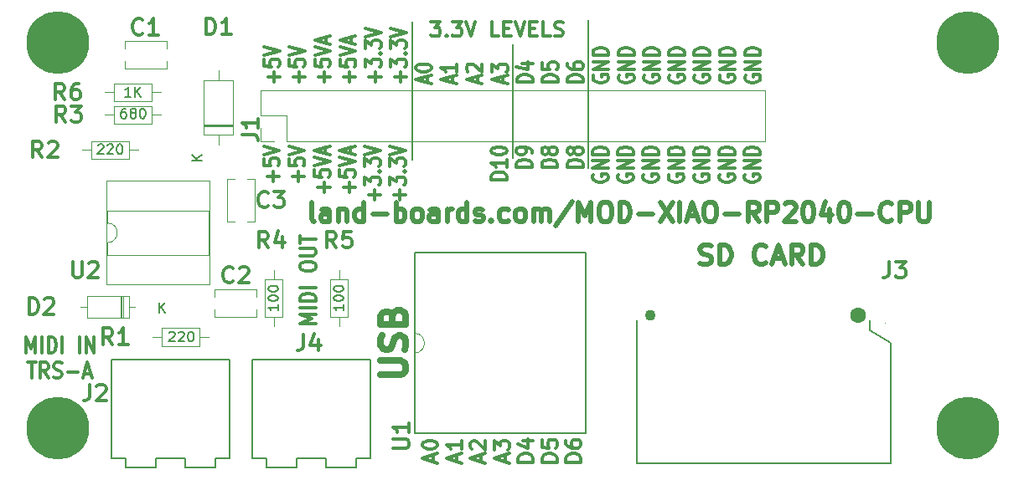
<source format=gto>
%TF.GenerationSoftware,KiCad,Pcbnew,(6.0.1)*%
%TF.CreationDate,2022-10-12T18:45:10-04:00*%
%TF.ProjectId,MOD-XIAO-RP2040-CPU,4d4f442d-5849-4414-9f2d-525032303430,rev?*%
%TF.SameCoordinates,Original*%
%TF.FileFunction,Legend,Top*%
%TF.FilePolarity,Positive*%
%FSLAX46Y46*%
G04 Gerber Fmt 4.6, Leading zero omitted, Abs format (unit mm)*
G04 Created by KiCad (PCBNEW (6.0.1)) date 2022-10-12 18:45:10*
%MOMM*%
%LPD*%
G01*
G04 APERTURE LIST*
%ADD10C,0.150000*%
%ADD11C,0.330200*%
%ADD12C,0.342900*%
%ADD13C,0.375000*%
%ADD14C,0.635000*%
%ADD15C,0.476250*%
%ADD16C,0.500000*%
%ADD17C,0.349250*%
%ADD18C,0.120000*%
%ADD19C,0.010000*%
%ADD20C,6.350000*%
%ADD21C,1.100000*%
%ADD22C,1.600000*%
G04 APERTURE END LIST*
D10*
X129794000Y-48768000D02*
X129794000Y-41884600D01*
X129794000Y-55880000D02*
X129794000Y-48768000D01*
X139954000Y-55638000D02*
X140005000Y-48780000D01*
X147574000Y-48793400D02*
X147574000Y-41681400D01*
X140005000Y-48780000D02*
X140004800Y-44196000D01*
X147574000Y-56667400D02*
X147574000Y-48793400D01*
D11*
X115837580Y-47984893D02*
X115837580Y-46978570D01*
X116442342Y-47481731D02*
X115232818Y-47481731D01*
X114854842Y-45720665D02*
X114854842Y-46349617D01*
X115610795Y-46412512D01*
X115535199Y-46349617D01*
X115459604Y-46223827D01*
X115459604Y-45909350D01*
X115535199Y-45783560D01*
X115610795Y-45720665D01*
X115761985Y-45657770D01*
X116139961Y-45657770D01*
X116291152Y-45720665D01*
X116366747Y-45783560D01*
X116442342Y-45909350D01*
X116442342Y-46223827D01*
X116366747Y-46349617D01*
X116291152Y-46412512D01*
X114854842Y-45280398D02*
X116442342Y-44840131D01*
X114854842Y-44399865D01*
X118393455Y-47984893D02*
X118393455Y-46978570D01*
X118998217Y-47481731D02*
X117788693Y-47481731D01*
X117410717Y-45720665D02*
X117410717Y-46349617D01*
X118166670Y-46412512D01*
X118091074Y-46349617D01*
X118015479Y-46223827D01*
X118015479Y-45909350D01*
X118091074Y-45783560D01*
X118166670Y-45720665D01*
X118317860Y-45657770D01*
X118695836Y-45657770D01*
X118847027Y-45720665D01*
X118922622Y-45783560D01*
X118998217Y-45909350D01*
X118998217Y-46223827D01*
X118922622Y-46349617D01*
X118847027Y-46412512D01*
X117410717Y-45280398D02*
X118998217Y-44840131D01*
X117410717Y-44399865D01*
X120949330Y-47984893D02*
X120949330Y-46978570D01*
X121554092Y-47481731D02*
X120344568Y-47481731D01*
X119966592Y-45720665D02*
X119966592Y-46349617D01*
X120722545Y-46412512D01*
X120646949Y-46349617D01*
X120571354Y-46223827D01*
X120571354Y-45909350D01*
X120646949Y-45783560D01*
X120722545Y-45720665D01*
X120873735Y-45657770D01*
X121251711Y-45657770D01*
X121402902Y-45720665D01*
X121478497Y-45783560D01*
X121554092Y-45909350D01*
X121554092Y-46223827D01*
X121478497Y-46349617D01*
X121402902Y-46412512D01*
X119966592Y-45280398D02*
X121554092Y-44840131D01*
X119966592Y-44399865D01*
X121100521Y-44022493D02*
X121100521Y-43393541D01*
X121554092Y-44148284D02*
X119966592Y-43708017D01*
X121554092Y-43267750D01*
X123505205Y-47984893D02*
X123505205Y-46978570D01*
X124109967Y-47481731D02*
X122900443Y-47481731D01*
X122522467Y-45720665D02*
X122522467Y-46349617D01*
X123278420Y-46412512D01*
X123202824Y-46349617D01*
X123127229Y-46223827D01*
X123127229Y-45909350D01*
X123202824Y-45783560D01*
X123278420Y-45720665D01*
X123429610Y-45657770D01*
X123807586Y-45657770D01*
X123958777Y-45720665D01*
X124034372Y-45783560D01*
X124109967Y-45909350D01*
X124109967Y-46223827D01*
X124034372Y-46349617D01*
X123958777Y-46412512D01*
X122522467Y-45280398D02*
X124109967Y-44840131D01*
X122522467Y-44399865D01*
X123656396Y-44022493D02*
X123656396Y-43393541D01*
X124109967Y-44148284D02*
X122522467Y-43708017D01*
X124109967Y-43267750D01*
X126061080Y-47984893D02*
X126061080Y-46978570D01*
X126665842Y-47481731D02*
X125456318Y-47481731D01*
X125078342Y-46475408D02*
X125078342Y-45657770D01*
X125683104Y-46098036D01*
X125683104Y-45909350D01*
X125758699Y-45783560D01*
X125834295Y-45720665D01*
X125985485Y-45657770D01*
X126363461Y-45657770D01*
X126514652Y-45720665D01*
X126590247Y-45783560D01*
X126665842Y-45909350D01*
X126665842Y-46286722D01*
X126590247Y-46412512D01*
X126514652Y-46475408D01*
X126514652Y-45091712D02*
X126590247Y-45028817D01*
X126665842Y-45091712D01*
X126590247Y-45154608D01*
X126514652Y-45091712D01*
X126665842Y-45091712D01*
X125078342Y-44588550D02*
X125078342Y-43770912D01*
X125683104Y-44211179D01*
X125683104Y-44022493D01*
X125758699Y-43896703D01*
X125834295Y-43833808D01*
X125985485Y-43770912D01*
X126363461Y-43770912D01*
X126514652Y-43833808D01*
X126590247Y-43896703D01*
X126665842Y-44022493D01*
X126665842Y-44399865D01*
X126590247Y-44525655D01*
X126514652Y-44588550D01*
X125078342Y-43393541D02*
X126665842Y-42953274D01*
X125078342Y-42513008D01*
X128616955Y-47984893D02*
X128616955Y-46978570D01*
X129221717Y-47481731D02*
X128012193Y-47481731D01*
X127634217Y-46475408D02*
X127634217Y-45657770D01*
X128238979Y-46098036D01*
X128238979Y-45909350D01*
X128314574Y-45783560D01*
X128390170Y-45720665D01*
X128541360Y-45657770D01*
X128919336Y-45657770D01*
X129070527Y-45720665D01*
X129146122Y-45783560D01*
X129221717Y-45909350D01*
X129221717Y-46286722D01*
X129146122Y-46412512D01*
X129070527Y-46475408D01*
X129070527Y-45091712D02*
X129146122Y-45028817D01*
X129221717Y-45091712D01*
X129146122Y-45154608D01*
X129070527Y-45091712D01*
X129221717Y-45091712D01*
X127634217Y-44588550D02*
X127634217Y-43770912D01*
X128238979Y-44211179D01*
X128238979Y-44022493D01*
X128314574Y-43896703D01*
X128390170Y-43833808D01*
X128541360Y-43770912D01*
X128919336Y-43770912D01*
X129070527Y-43833808D01*
X129146122Y-43896703D01*
X129221717Y-44022493D01*
X129221717Y-44399865D01*
X129146122Y-44525655D01*
X129070527Y-44588550D01*
X127634217Y-43393541D02*
X129221717Y-42953274D01*
X127634217Y-42513008D01*
X131324021Y-48047789D02*
X131324021Y-47418836D01*
X131777592Y-48173579D02*
X130190092Y-47733312D01*
X131777592Y-47293046D01*
X130190092Y-46601198D02*
X130190092Y-46475408D01*
X130265688Y-46349617D01*
X130341283Y-46286722D01*
X130492473Y-46223827D01*
X130794854Y-46160931D01*
X131172830Y-46160931D01*
X131475211Y-46223827D01*
X131626402Y-46286722D01*
X131701997Y-46349617D01*
X131777592Y-46475408D01*
X131777592Y-46601198D01*
X131701997Y-46726989D01*
X131626402Y-46789884D01*
X131475211Y-46852779D01*
X131172830Y-46915674D01*
X130794854Y-46915674D01*
X130492473Y-46852779D01*
X130341283Y-46789884D01*
X130265688Y-46726989D01*
X130190092Y-46601198D01*
X133879896Y-48047789D02*
X133879896Y-47418836D01*
X134333467Y-48173579D02*
X132745967Y-47733312D01*
X134333467Y-47293046D01*
X134333467Y-46160931D02*
X134333467Y-46915674D01*
X134333467Y-46538303D02*
X132745967Y-46538303D01*
X132972753Y-46664093D01*
X133123943Y-46789884D01*
X133199539Y-46915674D01*
X136435771Y-48047789D02*
X136435771Y-47418836D01*
X136889342Y-48173579D02*
X135301842Y-47733312D01*
X136889342Y-47293046D01*
X135453033Y-46915674D02*
X135377438Y-46852779D01*
X135301842Y-46726989D01*
X135301842Y-46412512D01*
X135377438Y-46286722D01*
X135453033Y-46223827D01*
X135604223Y-46160931D01*
X135755414Y-46160931D01*
X135982199Y-46223827D01*
X136889342Y-46978570D01*
X136889342Y-46160931D01*
X138991646Y-48047789D02*
X138991646Y-47418836D01*
X139445217Y-48173579D02*
X137857717Y-47733312D01*
X139445217Y-47293046D01*
X137857717Y-46978570D02*
X137857717Y-46160931D01*
X138462479Y-46601198D01*
X138462479Y-46412512D01*
X138538074Y-46286722D01*
X138613670Y-46223827D01*
X138764860Y-46160931D01*
X139142836Y-46160931D01*
X139294027Y-46223827D01*
X139369622Y-46286722D01*
X139445217Y-46412512D01*
X139445217Y-46789884D01*
X139369622Y-46915674D01*
X139294027Y-46978570D01*
X142001092Y-47984893D02*
X140413592Y-47984893D01*
X140413592Y-47670417D01*
X140489188Y-47481731D01*
X140640378Y-47355941D01*
X140791568Y-47293046D01*
X141093949Y-47230150D01*
X141320735Y-47230150D01*
X141623116Y-47293046D01*
X141774307Y-47355941D01*
X141925497Y-47481731D01*
X142001092Y-47670417D01*
X142001092Y-47984893D01*
X140942759Y-46098036D02*
X142001092Y-46098036D01*
X140337997Y-46412512D02*
X141471926Y-46726989D01*
X141471926Y-45909350D01*
X144556967Y-47984893D02*
X142969467Y-47984893D01*
X142969467Y-47670417D01*
X143045063Y-47481731D01*
X143196253Y-47355941D01*
X143347443Y-47293046D01*
X143649824Y-47230150D01*
X143876610Y-47230150D01*
X144178991Y-47293046D01*
X144330182Y-47355941D01*
X144481372Y-47481731D01*
X144556967Y-47670417D01*
X144556967Y-47984893D01*
X142969467Y-46035141D02*
X142969467Y-46664093D01*
X143725420Y-46726989D01*
X143649824Y-46664093D01*
X143574229Y-46538303D01*
X143574229Y-46223827D01*
X143649824Y-46098036D01*
X143725420Y-46035141D01*
X143876610Y-45972246D01*
X144254586Y-45972246D01*
X144405777Y-46035141D01*
X144481372Y-46098036D01*
X144556967Y-46223827D01*
X144556967Y-46538303D01*
X144481372Y-46664093D01*
X144405777Y-46726989D01*
X147112842Y-47984893D02*
X145525342Y-47984893D01*
X145525342Y-47670417D01*
X145600938Y-47481731D01*
X145752128Y-47355941D01*
X145903318Y-47293046D01*
X146205699Y-47230150D01*
X146432485Y-47230150D01*
X146734866Y-47293046D01*
X146886057Y-47355941D01*
X147037247Y-47481731D01*
X147112842Y-47670417D01*
X147112842Y-47984893D01*
X145525342Y-46098036D02*
X145525342Y-46349617D01*
X145600938Y-46475408D01*
X145676533Y-46538303D01*
X145903318Y-46664093D01*
X146205699Y-46726989D01*
X146810461Y-46726989D01*
X146961652Y-46664093D01*
X147037247Y-46601198D01*
X147112842Y-46475408D01*
X147112842Y-46223827D01*
X147037247Y-46098036D01*
X146961652Y-46035141D01*
X146810461Y-45972246D01*
X146432485Y-45972246D01*
X146281295Y-46035141D01*
X146205699Y-46098036D01*
X146130104Y-46223827D01*
X146130104Y-46475408D01*
X146205699Y-46601198D01*
X146281295Y-46664093D01*
X146432485Y-46726989D01*
X148156813Y-47293046D02*
X148081217Y-47418836D01*
X148081217Y-47607522D01*
X148156813Y-47796208D01*
X148308003Y-47921998D01*
X148459193Y-47984893D01*
X148761574Y-48047789D01*
X148988360Y-48047789D01*
X149290741Y-47984893D01*
X149441932Y-47921998D01*
X149593122Y-47796208D01*
X149668717Y-47607522D01*
X149668717Y-47481731D01*
X149593122Y-47293046D01*
X149517527Y-47230150D01*
X148988360Y-47230150D01*
X148988360Y-47481731D01*
X149668717Y-46664093D02*
X148081217Y-46664093D01*
X149668717Y-45909350D01*
X148081217Y-45909350D01*
X149668717Y-45280398D02*
X148081217Y-45280398D01*
X148081217Y-44965922D01*
X148156813Y-44777236D01*
X148308003Y-44651446D01*
X148459193Y-44588550D01*
X148761574Y-44525655D01*
X148988360Y-44525655D01*
X149290741Y-44588550D01*
X149441932Y-44651446D01*
X149593122Y-44777236D01*
X149668717Y-44965922D01*
X149668717Y-45280398D01*
X150712688Y-47293046D02*
X150637092Y-47418836D01*
X150637092Y-47607522D01*
X150712688Y-47796208D01*
X150863878Y-47921998D01*
X151015068Y-47984893D01*
X151317449Y-48047789D01*
X151544235Y-48047789D01*
X151846616Y-47984893D01*
X151997807Y-47921998D01*
X152148997Y-47796208D01*
X152224592Y-47607522D01*
X152224592Y-47481731D01*
X152148997Y-47293046D01*
X152073402Y-47230150D01*
X151544235Y-47230150D01*
X151544235Y-47481731D01*
X152224592Y-46664093D02*
X150637092Y-46664093D01*
X152224592Y-45909350D01*
X150637092Y-45909350D01*
X152224592Y-45280398D02*
X150637092Y-45280398D01*
X150637092Y-44965922D01*
X150712688Y-44777236D01*
X150863878Y-44651446D01*
X151015068Y-44588550D01*
X151317449Y-44525655D01*
X151544235Y-44525655D01*
X151846616Y-44588550D01*
X151997807Y-44651446D01*
X152148997Y-44777236D01*
X152224592Y-44965922D01*
X152224592Y-45280398D01*
X153268563Y-47293046D02*
X153192967Y-47418836D01*
X153192967Y-47607522D01*
X153268563Y-47796208D01*
X153419753Y-47921998D01*
X153570943Y-47984893D01*
X153873324Y-48047789D01*
X154100110Y-48047789D01*
X154402491Y-47984893D01*
X154553682Y-47921998D01*
X154704872Y-47796208D01*
X154780467Y-47607522D01*
X154780467Y-47481731D01*
X154704872Y-47293046D01*
X154629277Y-47230150D01*
X154100110Y-47230150D01*
X154100110Y-47481731D01*
X154780467Y-46664093D02*
X153192967Y-46664093D01*
X154780467Y-45909350D01*
X153192967Y-45909350D01*
X154780467Y-45280398D02*
X153192967Y-45280398D01*
X153192967Y-44965922D01*
X153268563Y-44777236D01*
X153419753Y-44651446D01*
X153570943Y-44588550D01*
X153873324Y-44525655D01*
X154100110Y-44525655D01*
X154402491Y-44588550D01*
X154553682Y-44651446D01*
X154704872Y-44777236D01*
X154780467Y-44965922D01*
X154780467Y-45280398D01*
X155824438Y-47293046D02*
X155748842Y-47418836D01*
X155748842Y-47607522D01*
X155824438Y-47796208D01*
X155975628Y-47921998D01*
X156126818Y-47984893D01*
X156429199Y-48047789D01*
X156655985Y-48047789D01*
X156958366Y-47984893D01*
X157109557Y-47921998D01*
X157260747Y-47796208D01*
X157336342Y-47607522D01*
X157336342Y-47481731D01*
X157260747Y-47293046D01*
X157185152Y-47230150D01*
X156655985Y-47230150D01*
X156655985Y-47481731D01*
X157336342Y-46664093D02*
X155748842Y-46664093D01*
X157336342Y-45909350D01*
X155748842Y-45909350D01*
X157336342Y-45280398D02*
X155748842Y-45280398D01*
X155748842Y-44965922D01*
X155824438Y-44777236D01*
X155975628Y-44651446D01*
X156126818Y-44588550D01*
X156429199Y-44525655D01*
X156655985Y-44525655D01*
X156958366Y-44588550D01*
X157109557Y-44651446D01*
X157260747Y-44777236D01*
X157336342Y-44965922D01*
X157336342Y-45280398D01*
X158380313Y-47293046D02*
X158304717Y-47418836D01*
X158304717Y-47607522D01*
X158380313Y-47796208D01*
X158531503Y-47921998D01*
X158682693Y-47984893D01*
X158985074Y-48047789D01*
X159211860Y-48047789D01*
X159514241Y-47984893D01*
X159665432Y-47921998D01*
X159816622Y-47796208D01*
X159892217Y-47607522D01*
X159892217Y-47481731D01*
X159816622Y-47293046D01*
X159741027Y-47230150D01*
X159211860Y-47230150D01*
X159211860Y-47481731D01*
X159892217Y-46664093D02*
X158304717Y-46664093D01*
X159892217Y-45909350D01*
X158304717Y-45909350D01*
X159892217Y-45280398D02*
X158304717Y-45280398D01*
X158304717Y-44965922D01*
X158380313Y-44777236D01*
X158531503Y-44651446D01*
X158682693Y-44588550D01*
X158985074Y-44525655D01*
X159211860Y-44525655D01*
X159514241Y-44588550D01*
X159665432Y-44651446D01*
X159816622Y-44777236D01*
X159892217Y-44965922D01*
X159892217Y-45280398D01*
X160936188Y-47293046D02*
X160860592Y-47418836D01*
X160860592Y-47607522D01*
X160936188Y-47796208D01*
X161087378Y-47921998D01*
X161238568Y-47984893D01*
X161540949Y-48047789D01*
X161767735Y-48047789D01*
X162070116Y-47984893D01*
X162221307Y-47921998D01*
X162372497Y-47796208D01*
X162448092Y-47607522D01*
X162448092Y-47481731D01*
X162372497Y-47293046D01*
X162296902Y-47230150D01*
X161767735Y-47230150D01*
X161767735Y-47481731D01*
X162448092Y-46664093D02*
X160860592Y-46664093D01*
X162448092Y-45909350D01*
X160860592Y-45909350D01*
X162448092Y-45280398D02*
X160860592Y-45280398D01*
X160860592Y-44965922D01*
X160936188Y-44777236D01*
X161087378Y-44651446D01*
X161238568Y-44588550D01*
X161540949Y-44525655D01*
X161767735Y-44525655D01*
X162070116Y-44588550D01*
X162221307Y-44651446D01*
X162372497Y-44777236D01*
X162448092Y-44965922D01*
X162448092Y-45280398D01*
X163492063Y-47293046D02*
X163416467Y-47418836D01*
X163416467Y-47607522D01*
X163492063Y-47796208D01*
X163643253Y-47921998D01*
X163794443Y-47984893D01*
X164096824Y-48047789D01*
X164323610Y-48047789D01*
X164625991Y-47984893D01*
X164777182Y-47921998D01*
X164928372Y-47796208D01*
X165003967Y-47607522D01*
X165003967Y-47481731D01*
X164928372Y-47293046D01*
X164852777Y-47230150D01*
X164323610Y-47230150D01*
X164323610Y-47481731D01*
X165003967Y-46664093D02*
X163416467Y-46664093D01*
X165003967Y-45909350D01*
X163416467Y-45909350D01*
X165003967Y-45280398D02*
X163416467Y-45280398D01*
X163416467Y-44965922D01*
X163492063Y-44777236D01*
X163643253Y-44651446D01*
X163794443Y-44588550D01*
X164096824Y-44525655D01*
X164323610Y-44525655D01*
X164625991Y-44588550D01*
X164777182Y-44651446D01*
X164928372Y-44777236D01*
X165003967Y-44965922D01*
X165003967Y-45280398D01*
D12*
X120098154Y-72429309D02*
X118510654Y-72429309D01*
X119644583Y-71963642D01*
X118510654Y-71497976D01*
X120098154Y-71497976D01*
X120098154Y-70832738D02*
X118510654Y-70832738D01*
X120098154Y-70167500D02*
X118510654Y-70167500D01*
X118510654Y-69834880D01*
X118586250Y-69635309D01*
X118737440Y-69502261D01*
X118888630Y-69435738D01*
X119191011Y-69369214D01*
X119417797Y-69369214D01*
X119720178Y-69435738D01*
X119871369Y-69502261D01*
X120022559Y-69635309D01*
X120098154Y-69834880D01*
X120098154Y-70167500D01*
X120098154Y-68770500D02*
X118510654Y-68770500D01*
X118510654Y-66774785D02*
X118510654Y-66508690D01*
X118586250Y-66375642D01*
X118737440Y-66242595D01*
X119039821Y-66176071D01*
X119568988Y-66176071D01*
X119871369Y-66242595D01*
X120022559Y-66375642D01*
X120098154Y-66508690D01*
X120098154Y-66774785D01*
X120022559Y-66907833D01*
X119871369Y-67040880D01*
X119568988Y-67107404D01*
X119039821Y-67107404D01*
X118737440Y-67040880D01*
X118586250Y-66907833D01*
X118510654Y-66774785D01*
X118510654Y-65577357D02*
X119795773Y-65577357D01*
X119946964Y-65510833D01*
X120022559Y-65444309D01*
X120098154Y-65311261D01*
X120098154Y-65045166D01*
X120022559Y-64912119D01*
X119946964Y-64845595D01*
X119795773Y-64779071D01*
X118510654Y-64779071D01*
X118510654Y-64313404D02*
X118510654Y-63515119D01*
X120098154Y-63914261D02*
X118510654Y-63914261D01*
D13*
X131943000Y-86415428D02*
X131943000Y-85701142D01*
X132371571Y-86558285D02*
X130871571Y-86058285D01*
X132371571Y-85558285D01*
X130871571Y-84772571D02*
X130871571Y-84629714D01*
X130943000Y-84486857D01*
X131014428Y-84415428D01*
X131157285Y-84344000D01*
X131443000Y-84272571D01*
X131800142Y-84272571D01*
X132085857Y-84344000D01*
X132228714Y-84415428D01*
X132300142Y-84486857D01*
X132371571Y-84629714D01*
X132371571Y-84772571D01*
X132300142Y-84915428D01*
X132228714Y-84986857D01*
X132085857Y-85058285D01*
X131800142Y-85129714D01*
X131443000Y-85129714D01*
X131157285Y-85058285D01*
X131014428Y-84986857D01*
X130943000Y-84915428D01*
X130871571Y-84772571D01*
X134358000Y-86415428D02*
X134358000Y-85701142D01*
X134786571Y-86558285D02*
X133286571Y-86058285D01*
X134786571Y-85558285D01*
X134786571Y-84272571D02*
X134786571Y-85129714D01*
X134786571Y-84701142D02*
X133286571Y-84701142D01*
X133500857Y-84844000D01*
X133643714Y-84986857D01*
X133715142Y-85129714D01*
X136773000Y-86415428D02*
X136773000Y-85701142D01*
X137201571Y-86558285D02*
X135701571Y-86058285D01*
X137201571Y-85558285D01*
X135844428Y-85129714D02*
X135773000Y-85058285D01*
X135701571Y-84915428D01*
X135701571Y-84558285D01*
X135773000Y-84415428D01*
X135844428Y-84344000D01*
X135987285Y-84272571D01*
X136130142Y-84272571D01*
X136344428Y-84344000D01*
X137201571Y-85201142D01*
X137201571Y-84272571D01*
X139188000Y-86415428D02*
X139188000Y-85701142D01*
X139616571Y-86558285D02*
X138116571Y-86058285D01*
X139616571Y-85558285D01*
X138116571Y-85201142D02*
X138116571Y-84272571D01*
X138688000Y-84772571D01*
X138688000Y-84558285D01*
X138759428Y-84415428D01*
X138830857Y-84344000D01*
X138973714Y-84272571D01*
X139330857Y-84272571D01*
X139473714Y-84344000D01*
X139545142Y-84415428D01*
X139616571Y-84558285D01*
X139616571Y-84986857D01*
X139545142Y-85129714D01*
X139473714Y-85201142D01*
X142031571Y-86451142D02*
X140531571Y-86451142D01*
X140531571Y-86094000D01*
X140603000Y-85879714D01*
X140745857Y-85736857D01*
X140888714Y-85665428D01*
X141174428Y-85594000D01*
X141388714Y-85594000D01*
X141674428Y-85665428D01*
X141817285Y-85736857D01*
X141960142Y-85879714D01*
X142031571Y-86094000D01*
X142031571Y-86451142D01*
X141031571Y-84308285D02*
X142031571Y-84308285D01*
X140460142Y-84665428D02*
X141531571Y-85022571D01*
X141531571Y-84094000D01*
X144446571Y-86451142D02*
X142946571Y-86451142D01*
X142946571Y-86094000D01*
X143018000Y-85879714D01*
X143160857Y-85736857D01*
X143303714Y-85665428D01*
X143589428Y-85594000D01*
X143803714Y-85594000D01*
X144089428Y-85665428D01*
X144232285Y-85736857D01*
X144375142Y-85879714D01*
X144446571Y-86094000D01*
X144446571Y-86451142D01*
X142946571Y-84236857D02*
X142946571Y-84951142D01*
X143660857Y-85022571D01*
X143589428Y-84951142D01*
X143518000Y-84808285D01*
X143518000Y-84451142D01*
X143589428Y-84308285D01*
X143660857Y-84236857D01*
X143803714Y-84165428D01*
X144160857Y-84165428D01*
X144303714Y-84236857D01*
X144375142Y-84308285D01*
X144446571Y-84451142D01*
X144446571Y-84808285D01*
X144375142Y-84951142D01*
X144303714Y-85022571D01*
X146861571Y-86451142D02*
X145361571Y-86451142D01*
X145361571Y-86094000D01*
X145433000Y-85879714D01*
X145575857Y-85736857D01*
X145718714Y-85665428D01*
X146004428Y-85594000D01*
X146218714Y-85594000D01*
X146504428Y-85665428D01*
X146647285Y-85736857D01*
X146790142Y-85879714D01*
X146861571Y-86094000D01*
X146861571Y-86451142D01*
X145361571Y-84308285D02*
X145361571Y-84594000D01*
X145433000Y-84736857D01*
X145504428Y-84808285D01*
X145718714Y-84951142D01*
X146004428Y-85022571D01*
X146575857Y-85022571D01*
X146718714Y-84951142D01*
X146790142Y-84879714D01*
X146861571Y-84736857D01*
X146861571Y-84451142D01*
X146790142Y-84308285D01*
X146718714Y-84236857D01*
X146575857Y-84165428D01*
X146218714Y-84165428D01*
X146075857Y-84236857D01*
X146004428Y-84308285D01*
X145933000Y-84451142D01*
X145933000Y-84736857D01*
X146004428Y-84879714D01*
X146075857Y-84951142D01*
X146218714Y-85022571D01*
X131715714Y-41850571D02*
X132644285Y-41850571D01*
X132144285Y-42422000D01*
X132358571Y-42422000D01*
X132501428Y-42493428D01*
X132572857Y-42564857D01*
X132644285Y-42707714D01*
X132644285Y-43064857D01*
X132572857Y-43207714D01*
X132501428Y-43279142D01*
X132358571Y-43350571D01*
X131930000Y-43350571D01*
X131787142Y-43279142D01*
X131715714Y-43207714D01*
X133287142Y-43207714D02*
X133358571Y-43279142D01*
X133287142Y-43350571D01*
X133215714Y-43279142D01*
X133287142Y-43207714D01*
X133287142Y-43350571D01*
X133858571Y-41850571D02*
X134787142Y-41850571D01*
X134287142Y-42422000D01*
X134501428Y-42422000D01*
X134644285Y-42493428D01*
X134715714Y-42564857D01*
X134787142Y-42707714D01*
X134787142Y-43064857D01*
X134715714Y-43207714D01*
X134644285Y-43279142D01*
X134501428Y-43350571D01*
X134072857Y-43350571D01*
X133930000Y-43279142D01*
X133858571Y-43207714D01*
X135215714Y-41850571D02*
X135715714Y-43350571D01*
X136215714Y-41850571D01*
X138572857Y-43350571D02*
X137858571Y-43350571D01*
X137858571Y-41850571D01*
X139072857Y-42564857D02*
X139572857Y-42564857D01*
X139787142Y-43350571D02*
X139072857Y-43350571D01*
X139072857Y-41850571D01*
X139787142Y-41850571D01*
X140215714Y-41850571D02*
X140715714Y-43350571D01*
X141215714Y-41850571D01*
X141715714Y-42564857D02*
X142215714Y-42564857D01*
X142430000Y-43350571D02*
X141715714Y-43350571D01*
X141715714Y-41850571D01*
X142430000Y-41850571D01*
X143787142Y-43350571D02*
X143072857Y-43350571D01*
X143072857Y-41850571D01*
X144215714Y-43279142D02*
X144430000Y-43350571D01*
X144787142Y-43350571D01*
X144930000Y-43279142D01*
X145001428Y-43207714D01*
X145072857Y-43064857D01*
X145072857Y-42922000D01*
X145001428Y-42779142D01*
X144930000Y-42707714D01*
X144787142Y-42636285D01*
X144501428Y-42564857D01*
X144358571Y-42493428D01*
X144287142Y-42422000D01*
X144215714Y-42279142D01*
X144215714Y-42136285D01*
X144287142Y-41993428D01*
X144358571Y-41922000D01*
X144501428Y-41850571D01*
X144858571Y-41850571D01*
X145072857Y-41922000D01*
D14*
X126625047Y-77627238D02*
X128681238Y-77627238D01*
X128923142Y-77506285D01*
X129044095Y-77385333D01*
X129165047Y-77143428D01*
X129165047Y-76659619D01*
X129044095Y-76417714D01*
X128923142Y-76296761D01*
X128681238Y-76175809D01*
X126625047Y-76175809D01*
X129044095Y-75087238D02*
X129165047Y-74724380D01*
X129165047Y-74119619D01*
X129044095Y-73877714D01*
X128923142Y-73756761D01*
X128681238Y-73635809D01*
X128439333Y-73635809D01*
X128197428Y-73756761D01*
X128076476Y-73877714D01*
X127955523Y-74119619D01*
X127834571Y-74603428D01*
X127713619Y-74845333D01*
X127592666Y-74966285D01*
X127350761Y-75087238D01*
X127108857Y-75087238D01*
X126866952Y-74966285D01*
X126746000Y-74845333D01*
X126625047Y-74603428D01*
X126625047Y-73998666D01*
X126746000Y-73635809D01*
X127834571Y-71700571D02*
X127955523Y-71337714D01*
X128076476Y-71216761D01*
X128318380Y-71095809D01*
X128681238Y-71095809D01*
X128923142Y-71216761D01*
X129044095Y-71337714D01*
X129165047Y-71579619D01*
X129165047Y-72547238D01*
X126625047Y-72547238D01*
X126625047Y-71700571D01*
X126746000Y-71458666D01*
X126866952Y-71337714D01*
X127108857Y-71216761D01*
X127350761Y-71216761D01*
X127592666Y-71337714D01*
X127713619Y-71458666D01*
X127834571Y-71700571D01*
X127834571Y-72547238D01*
D12*
X90808023Y-75386217D02*
X90808023Y-73798717D01*
X91273690Y-74932646D01*
X91739357Y-73798717D01*
X91739357Y-75386217D01*
X92404595Y-75386217D02*
X92404595Y-73798717D01*
X93069833Y-75386217D02*
X93069833Y-73798717D01*
X93402452Y-73798717D01*
X93602023Y-73874313D01*
X93735071Y-74025503D01*
X93801595Y-74176693D01*
X93868119Y-74479074D01*
X93868119Y-74705860D01*
X93801595Y-75008241D01*
X93735071Y-75159432D01*
X93602023Y-75310622D01*
X93402452Y-75386217D01*
X93069833Y-75386217D01*
X94466833Y-75386217D02*
X94466833Y-73798717D01*
X96196452Y-75386217D02*
X96196452Y-73798717D01*
X96861690Y-75386217D02*
X96861690Y-73798717D01*
X97659976Y-75386217D01*
X97659976Y-73798717D01*
X91007595Y-76354592D02*
X91805880Y-76354592D01*
X91406738Y-77942092D02*
X91406738Y-76354592D01*
X93069833Y-77942092D02*
X92604166Y-77186140D01*
X92271547Y-77942092D02*
X92271547Y-76354592D01*
X92803738Y-76354592D01*
X92936785Y-76430188D01*
X93003309Y-76505783D01*
X93069833Y-76656973D01*
X93069833Y-76883759D01*
X93003309Y-77034949D01*
X92936785Y-77110545D01*
X92803738Y-77186140D01*
X92271547Y-77186140D01*
X93602023Y-77866497D02*
X93801595Y-77942092D01*
X94134214Y-77942092D01*
X94267261Y-77866497D01*
X94333785Y-77790902D01*
X94400309Y-77639711D01*
X94400309Y-77488521D01*
X94333785Y-77337330D01*
X94267261Y-77261735D01*
X94134214Y-77186140D01*
X93868119Y-77110545D01*
X93735071Y-77034949D01*
X93668547Y-76959354D01*
X93602023Y-76808164D01*
X93602023Y-76656973D01*
X93668547Y-76505783D01*
X93735071Y-76430188D01*
X93868119Y-76354592D01*
X94200738Y-76354592D01*
X94400309Y-76430188D01*
X94999023Y-77337330D02*
X96063404Y-77337330D01*
X96662119Y-77488521D02*
X97327357Y-77488521D01*
X96529071Y-77942092D02*
X96994738Y-76354592D01*
X97460404Y-77942092D01*
D11*
X115786580Y-58027449D02*
X115786580Y-57021125D01*
X116391342Y-57524287D02*
X115181818Y-57524287D01*
X114803842Y-55763220D02*
X114803842Y-56392172D01*
X115559795Y-56455068D01*
X115484199Y-56392172D01*
X115408604Y-56266382D01*
X115408604Y-55951906D01*
X115484199Y-55826115D01*
X115559795Y-55763220D01*
X115710985Y-55700325D01*
X116088961Y-55700325D01*
X116240152Y-55763220D01*
X116315747Y-55826115D01*
X116391342Y-55951906D01*
X116391342Y-56266382D01*
X116315747Y-56392172D01*
X116240152Y-56455068D01*
X114803842Y-55322953D02*
X116391342Y-54882687D01*
X114803842Y-54442420D01*
X118342455Y-58027449D02*
X118342455Y-57021125D01*
X118947217Y-57524287D02*
X117737693Y-57524287D01*
X117359717Y-55763220D02*
X117359717Y-56392172D01*
X118115670Y-56455068D01*
X118040074Y-56392172D01*
X117964479Y-56266382D01*
X117964479Y-55951906D01*
X118040074Y-55826115D01*
X118115670Y-55763220D01*
X118266860Y-55700325D01*
X118644836Y-55700325D01*
X118796027Y-55763220D01*
X118871622Y-55826115D01*
X118947217Y-55951906D01*
X118947217Y-56266382D01*
X118871622Y-56392172D01*
X118796027Y-56455068D01*
X117359717Y-55322953D02*
X118947217Y-54882687D01*
X117359717Y-54442420D01*
X120898330Y-59159563D02*
X120898330Y-58153239D01*
X121503092Y-58656401D02*
X120293568Y-58656401D01*
X119915592Y-56895334D02*
X119915592Y-57524287D01*
X120671545Y-57587182D01*
X120595949Y-57524287D01*
X120520354Y-57398496D01*
X120520354Y-57084020D01*
X120595949Y-56958230D01*
X120671545Y-56895334D01*
X120822735Y-56832439D01*
X121200711Y-56832439D01*
X121351902Y-56895334D01*
X121427497Y-56958230D01*
X121503092Y-57084020D01*
X121503092Y-57398496D01*
X121427497Y-57524287D01*
X121351902Y-57587182D01*
X119915592Y-56455068D02*
X121503092Y-56014801D01*
X119915592Y-55574534D01*
X121049521Y-55197163D02*
X121049521Y-54568210D01*
X121503092Y-55322953D02*
X119915592Y-54882687D01*
X121503092Y-54442420D01*
X123454205Y-59159563D02*
X123454205Y-58153239D01*
X124058967Y-58656401D02*
X122849443Y-58656401D01*
X122471467Y-56895334D02*
X122471467Y-57524287D01*
X123227420Y-57587182D01*
X123151824Y-57524287D01*
X123076229Y-57398496D01*
X123076229Y-57084020D01*
X123151824Y-56958230D01*
X123227420Y-56895334D01*
X123378610Y-56832439D01*
X123756586Y-56832439D01*
X123907777Y-56895334D01*
X123983372Y-56958230D01*
X124058967Y-57084020D01*
X124058967Y-57398496D01*
X123983372Y-57524287D01*
X123907777Y-57587182D01*
X122471467Y-56455068D02*
X124058967Y-56014801D01*
X122471467Y-55574534D01*
X123605396Y-55197163D02*
X123605396Y-54568210D01*
X124058967Y-55322953D02*
X122471467Y-54882687D01*
X124058967Y-54442420D01*
X126010080Y-59914306D02*
X126010080Y-58907982D01*
X126614842Y-59411144D02*
X125405318Y-59411144D01*
X125027342Y-58404820D02*
X125027342Y-57587182D01*
X125632104Y-58027449D01*
X125632104Y-57838763D01*
X125707699Y-57712972D01*
X125783295Y-57650077D01*
X125934485Y-57587182D01*
X126312461Y-57587182D01*
X126463652Y-57650077D01*
X126539247Y-57712972D01*
X126614842Y-57838763D01*
X126614842Y-58216134D01*
X126539247Y-58341925D01*
X126463652Y-58404820D01*
X126463652Y-57021125D02*
X126539247Y-56958230D01*
X126614842Y-57021125D01*
X126539247Y-57084020D01*
X126463652Y-57021125D01*
X126614842Y-57021125D01*
X125027342Y-56517963D02*
X125027342Y-55700325D01*
X125632104Y-56140591D01*
X125632104Y-55951906D01*
X125707699Y-55826115D01*
X125783295Y-55763220D01*
X125934485Y-55700325D01*
X126312461Y-55700325D01*
X126463652Y-55763220D01*
X126539247Y-55826115D01*
X126614842Y-55951906D01*
X126614842Y-56329277D01*
X126539247Y-56455068D01*
X126463652Y-56517963D01*
X125027342Y-55322953D02*
X126614842Y-54882687D01*
X125027342Y-54442420D01*
X128565955Y-59914306D02*
X128565955Y-58907982D01*
X129170717Y-59411144D02*
X127961193Y-59411144D01*
X127583217Y-58404820D02*
X127583217Y-57587182D01*
X128187979Y-58027449D01*
X128187979Y-57838763D01*
X128263574Y-57712972D01*
X128339170Y-57650077D01*
X128490360Y-57587182D01*
X128868336Y-57587182D01*
X129019527Y-57650077D01*
X129095122Y-57712972D01*
X129170717Y-57838763D01*
X129170717Y-58216134D01*
X129095122Y-58341925D01*
X129019527Y-58404820D01*
X129019527Y-57021125D02*
X129095122Y-56958230D01*
X129170717Y-57021125D01*
X129095122Y-57084020D01*
X129019527Y-57021125D01*
X129170717Y-57021125D01*
X127583217Y-56517963D02*
X127583217Y-55700325D01*
X128187979Y-56140591D01*
X128187979Y-55951906D01*
X128263574Y-55826115D01*
X128339170Y-55763220D01*
X128490360Y-55700325D01*
X128868336Y-55700325D01*
X129019527Y-55763220D01*
X129095122Y-55826115D01*
X129170717Y-55951906D01*
X129170717Y-56329277D01*
X129095122Y-56455068D01*
X129019527Y-56517963D01*
X127583217Y-55322953D02*
X129170717Y-54882687D01*
X127583217Y-54442420D01*
X139394217Y-57838763D02*
X137806717Y-57838763D01*
X137806717Y-57524287D01*
X137882313Y-57335601D01*
X138033503Y-57209810D01*
X138184693Y-57146915D01*
X138487074Y-57084020D01*
X138713860Y-57084020D01*
X139016241Y-57146915D01*
X139167432Y-57209810D01*
X139318622Y-57335601D01*
X139394217Y-57524287D01*
X139394217Y-57838763D01*
X139394217Y-55826115D02*
X139394217Y-56580858D01*
X139394217Y-56203487D02*
X137806717Y-56203487D01*
X138033503Y-56329277D01*
X138184693Y-56455068D01*
X138260289Y-56580858D01*
X137806717Y-55008477D02*
X137806717Y-54882687D01*
X137882313Y-54756896D01*
X137957908Y-54694001D01*
X138109098Y-54631106D01*
X138411479Y-54568210D01*
X138789455Y-54568210D01*
X139091836Y-54631106D01*
X139243027Y-54694001D01*
X139318622Y-54756896D01*
X139394217Y-54882687D01*
X139394217Y-55008477D01*
X139318622Y-55134268D01*
X139243027Y-55197163D01*
X139091836Y-55260058D01*
X138789455Y-55322953D01*
X138411479Y-55322953D01*
X138109098Y-55260058D01*
X137957908Y-55197163D01*
X137882313Y-55134268D01*
X137806717Y-55008477D01*
X141950092Y-56580858D02*
X140362592Y-56580858D01*
X140362592Y-56266382D01*
X140438188Y-56077696D01*
X140589378Y-55951906D01*
X140740568Y-55889010D01*
X141042949Y-55826115D01*
X141269735Y-55826115D01*
X141572116Y-55889010D01*
X141723307Y-55951906D01*
X141874497Y-56077696D01*
X141950092Y-56266382D01*
X141950092Y-56580858D01*
X141950092Y-55197163D02*
X141950092Y-54945582D01*
X141874497Y-54819791D01*
X141798902Y-54756896D01*
X141572116Y-54631106D01*
X141269735Y-54568210D01*
X140664973Y-54568210D01*
X140513783Y-54631106D01*
X140438188Y-54694001D01*
X140362592Y-54819791D01*
X140362592Y-55071372D01*
X140438188Y-55197163D01*
X140513783Y-55260058D01*
X140664973Y-55322953D01*
X141042949Y-55322953D01*
X141194140Y-55260058D01*
X141269735Y-55197163D01*
X141345330Y-55071372D01*
X141345330Y-54819791D01*
X141269735Y-54694001D01*
X141194140Y-54631106D01*
X141042949Y-54568210D01*
X144505967Y-56580858D02*
X142918467Y-56580858D01*
X142918467Y-56266382D01*
X142994063Y-56077696D01*
X143145253Y-55951906D01*
X143296443Y-55889010D01*
X143598824Y-55826115D01*
X143825610Y-55826115D01*
X144127991Y-55889010D01*
X144279182Y-55951906D01*
X144430372Y-56077696D01*
X144505967Y-56266382D01*
X144505967Y-56580858D01*
X143598824Y-55071372D02*
X143523229Y-55197163D01*
X143447634Y-55260058D01*
X143296443Y-55322953D01*
X143220848Y-55322953D01*
X143069658Y-55260058D01*
X142994063Y-55197163D01*
X142918467Y-55071372D01*
X142918467Y-54819791D01*
X142994063Y-54694001D01*
X143069658Y-54631106D01*
X143220848Y-54568210D01*
X143296443Y-54568210D01*
X143447634Y-54631106D01*
X143523229Y-54694001D01*
X143598824Y-54819791D01*
X143598824Y-55071372D01*
X143674420Y-55197163D01*
X143750015Y-55260058D01*
X143901205Y-55322953D01*
X144203586Y-55322953D01*
X144354777Y-55260058D01*
X144430372Y-55197163D01*
X144505967Y-55071372D01*
X144505967Y-54819791D01*
X144430372Y-54694001D01*
X144354777Y-54631106D01*
X144203586Y-54568210D01*
X143901205Y-54568210D01*
X143750015Y-54631106D01*
X143674420Y-54694001D01*
X143598824Y-54819791D01*
X147061842Y-56580858D02*
X145474342Y-56580858D01*
X145474342Y-56266382D01*
X145549938Y-56077696D01*
X145701128Y-55951906D01*
X145852318Y-55889010D01*
X146154699Y-55826115D01*
X146381485Y-55826115D01*
X146683866Y-55889010D01*
X146835057Y-55951906D01*
X146986247Y-56077696D01*
X147061842Y-56266382D01*
X147061842Y-56580858D01*
X146154699Y-55071372D02*
X146079104Y-55197163D01*
X146003509Y-55260058D01*
X145852318Y-55322953D01*
X145776723Y-55322953D01*
X145625533Y-55260058D01*
X145549938Y-55197163D01*
X145474342Y-55071372D01*
X145474342Y-54819791D01*
X145549938Y-54694001D01*
X145625533Y-54631106D01*
X145776723Y-54568210D01*
X145852318Y-54568210D01*
X146003509Y-54631106D01*
X146079104Y-54694001D01*
X146154699Y-54819791D01*
X146154699Y-55071372D01*
X146230295Y-55197163D01*
X146305890Y-55260058D01*
X146457080Y-55322953D01*
X146759461Y-55322953D01*
X146910652Y-55260058D01*
X146986247Y-55197163D01*
X147061842Y-55071372D01*
X147061842Y-54819791D01*
X146986247Y-54694001D01*
X146910652Y-54631106D01*
X146759461Y-54568210D01*
X146457080Y-54568210D01*
X146305890Y-54631106D01*
X146230295Y-54694001D01*
X146154699Y-54819791D01*
X148105813Y-57335601D02*
X148030217Y-57461391D01*
X148030217Y-57650077D01*
X148105813Y-57838763D01*
X148257003Y-57964553D01*
X148408193Y-58027449D01*
X148710574Y-58090344D01*
X148937360Y-58090344D01*
X149239741Y-58027449D01*
X149390932Y-57964553D01*
X149542122Y-57838763D01*
X149617717Y-57650077D01*
X149617717Y-57524287D01*
X149542122Y-57335601D01*
X149466527Y-57272706D01*
X148937360Y-57272706D01*
X148937360Y-57524287D01*
X149617717Y-56706649D02*
X148030217Y-56706649D01*
X149617717Y-55951906D01*
X148030217Y-55951906D01*
X149617717Y-55322953D02*
X148030217Y-55322953D01*
X148030217Y-55008477D01*
X148105813Y-54819791D01*
X148257003Y-54694001D01*
X148408193Y-54631106D01*
X148710574Y-54568210D01*
X148937360Y-54568210D01*
X149239741Y-54631106D01*
X149390932Y-54694001D01*
X149542122Y-54819791D01*
X149617717Y-55008477D01*
X149617717Y-55322953D01*
X150661688Y-57335601D02*
X150586092Y-57461391D01*
X150586092Y-57650077D01*
X150661688Y-57838763D01*
X150812878Y-57964553D01*
X150964068Y-58027449D01*
X151266449Y-58090344D01*
X151493235Y-58090344D01*
X151795616Y-58027449D01*
X151946807Y-57964553D01*
X152097997Y-57838763D01*
X152173592Y-57650077D01*
X152173592Y-57524287D01*
X152097997Y-57335601D01*
X152022402Y-57272706D01*
X151493235Y-57272706D01*
X151493235Y-57524287D01*
X152173592Y-56706649D02*
X150586092Y-56706649D01*
X152173592Y-55951906D01*
X150586092Y-55951906D01*
X152173592Y-55322953D02*
X150586092Y-55322953D01*
X150586092Y-55008477D01*
X150661688Y-54819791D01*
X150812878Y-54694001D01*
X150964068Y-54631106D01*
X151266449Y-54568210D01*
X151493235Y-54568210D01*
X151795616Y-54631106D01*
X151946807Y-54694001D01*
X152097997Y-54819791D01*
X152173592Y-55008477D01*
X152173592Y-55322953D01*
X153217563Y-57335601D02*
X153141967Y-57461391D01*
X153141967Y-57650077D01*
X153217563Y-57838763D01*
X153368753Y-57964553D01*
X153519943Y-58027449D01*
X153822324Y-58090344D01*
X154049110Y-58090344D01*
X154351491Y-58027449D01*
X154502682Y-57964553D01*
X154653872Y-57838763D01*
X154729467Y-57650077D01*
X154729467Y-57524287D01*
X154653872Y-57335601D01*
X154578277Y-57272706D01*
X154049110Y-57272706D01*
X154049110Y-57524287D01*
X154729467Y-56706649D02*
X153141967Y-56706649D01*
X154729467Y-55951906D01*
X153141967Y-55951906D01*
X154729467Y-55322953D02*
X153141967Y-55322953D01*
X153141967Y-55008477D01*
X153217563Y-54819791D01*
X153368753Y-54694001D01*
X153519943Y-54631106D01*
X153822324Y-54568210D01*
X154049110Y-54568210D01*
X154351491Y-54631106D01*
X154502682Y-54694001D01*
X154653872Y-54819791D01*
X154729467Y-55008477D01*
X154729467Y-55322953D01*
X155773438Y-57335601D02*
X155697842Y-57461391D01*
X155697842Y-57650077D01*
X155773438Y-57838763D01*
X155924628Y-57964553D01*
X156075818Y-58027449D01*
X156378199Y-58090344D01*
X156604985Y-58090344D01*
X156907366Y-58027449D01*
X157058557Y-57964553D01*
X157209747Y-57838763D01*
X157285342Y-57650077D01*
X157285342Y-57524287D01*
X157209747Y-57335601D01*
X157134152Y-57272706D01*
X156604985Y-57272706D01*
X156604985Y-57524287D01*
X157285342Y-56706649D02*
X155697842Y-56706649D01*
X157285342Y-55951906D01*
X155697842Y-55951906D01*
X157285342Y-55322953D02*
X155697842Y-55322953D01*
X155697842Y-55008477D01*
X155773438Y-54819791D01*
X155924628Y-54694001D01*
X156075818Y-54631106D01*
X156378199Y-54568210D01*
X156604985Y-54568210D01*
X156907366Y-54631106D01*
X157058557Y-54694001D01*
X157209747Y-54819791D01*
X157285342Y-55008477D01*
X157285342Y-55322953D01*
X158329313Y-57335601D02*
X158253717Y-57461391D01*
X158253717Y-57650077D01*
X158329313Y-57838763D01*
X158480503Y-57964553D01*
X158631693Y-58027449D01*
X158934074Y-58090344D01*
X159160860Y-58090344D01*
X159463241Y-58027449D01*
X159614432Y-57964553D01*
X159765622Y-57838763D01*
X159841217Y-57650077D01*
X159841217Y-57524287D01*
X159765622Y-57335601D01*
X159690027Y-57272706D01*
X159160860Y-57272706D01*
X159160860Y-57524287D01*
X159841217Y-56706649D02*
X158253717Y-56706649D01*
X159841217Y-55951906D01*
X158253717Y-55951906D01*
X159841217Y-55322953D02*
X158253717Y-55322953D01*
X158253717Y-55008477D01*
X158329313Y-54819791D01*
X158480503Y-54694001D01*
X158631693Y-54631106D01*
X158934074Y-54568210D01*
X159160860Y-54568210D01*
X159463241Y-54631106D01*
X159614432Y-54694001D01*
X159765622Y-54819791D01*
X159841217Y-55008477D01*
X159841217Y-55322953D01*
X160885188Y-57335601D02*
X160809592Y-57461391D01*
X160809592Y-57650077D01*
X160885188Y-57838763D01*
X161036378Y-57964553D01*
X161187568Y-58027449D01*
X161489949Y-58090344D01*
X161716735Y-58090344D01*
X162019116Y-58027449D01*
X162170307Y-57964553D01*
X162321497Y-57838763D01*
X162397092Y-57650077D01*
X162397092Y-57524287D01*
X162321497Y-57335601D01*
X162245902Y-57272706D01*
X161716735Y-57272706D01*
X161716735Y-57524287D01*
X162397092Y-56706649D02*
X160809592Y-56706649D01*
X162397092Y-55951906D01*
X160809592Y-55951906D01*
X162397092Y-55322953D02*
X160809592Y-55322953D01*
X160809592Y-55008477D01*
X160885188Y-54819791D01*
X161036378Y-54694001D01*
X161187568Y-54631106D01*
X161489949Y-54568210D01*
X161716735Y-54568210D01*
X162019116Y-54631106D01*
X162170307Y-54694001D01*
X162321497Y-54819791D01*
X162397092Y-55008477D01*
X162397092Y-55322953D01*
X163441063Y-57335601D02*
X163365467Y-57461391D01*
X163365467Y-57650077D01*
X163441063Y-57838763D01*
X163592253Y-57964553D01*
X163743443Y-58027449D01*
X164045824Y-58090344D01*
X164272610Y-58090344D01*
X164574991Y-58027449D01*
X164726182Y-57964553D01*
X164877372Y-57838763D01*
X164952967Y-57650077D01*
X164952967Y-57524287D01*
X164877372Y-57335601D01*
X164801777Y-57272706D01*
X164272610Y-57272706D01*
X164272610Y-57524287D01*
X164952967Y-56706649D02*
X163365467Y-56706649D01*
X164952967Y-55951906D01*
X163365467Y-55951906D01*
X164952967Y-55322953D02*
X163365467Y-55322953D01*
X163365467Y-55008477D01*
X163441063Y-54819791D01*
X163592253Y-54694001D01*
X163743443Y-54631106D01*
X164045824Y-54568210D01*
X164272610Y-54568210D01*
X164574991Y-54631106D01*
X164726182Y-54694001D01*
X164877372Y-54819791D01*
X164952967Y-55008477D01*
X164952967Y-55322953D01*
D15*
X119942428Y-62075785D02*
X119761000Y-61985071D01*
X119670285Y-61803642D01*
X119670285Y-60170785D01*
X121484571Y-62075785D02*
X121484571Y-61077928D01*
X121393857Y-60896500D01*
X121212428Y-60805785D01*
X120849571Y-60805785D01*
X120668142Y-60896500D01*
X121484571Y-61985071D02*
X121303142Y-62075785D01*
X120849571Y-62075785D01*
X120668142Y-61985071D01*
X120577428Y-61803642D01*
X120577428Y-61622214D01*
X120668142Y-61440785D01*
X120849571Y-61350071D01*
X121303142Y-61350071D01*
X121484571Y-61259357D01*
X122391714Y-60805785D02*
X122391714Y-62075785D01*
X122391714Y-60987214D02*
X122482428Y-60896500D01*
X122663857Y-60805785D01*
X122936000Y-60805785D01*
X123117428Y-60896500D01*
X123208142Y-61077928D01*
X123208142Y-62075785D01*
X124931714Y-62075785D02*
X124931714Y-60170785D01*
X124931714Y-61985071D02*
X124750285Y-62075785D01*
X124387428Y-62075785D01*
X124206000Y-61985071D01*
X124115285Y-61894357D01*
X124024571Y-61712928D01*
X124024571Y-61168642D01*
X124115285Y-60987214D01*
X124206000Y-60896500D01*
X124387428Y-60805785D01*
X124750285Y-60805785D01*
X124931714Y-60896500D01*
X125838857Y-61350071D02*
X127290285Y-61350071D01*
X128197428Y-62075785D02*
X128197428Y-60170785D01*
X128197428Y-60896500D02*
X128378857Y-60805785D01*
X128741714Y-60805785D01*
X128923142Y-60896500D01*
X129013857Y-60987214D01*
X129104571Y-61168642D01*
X129104571Y-61712928D01*
X129013857Y-61894357D01*
X128923142Y-61985071D01*
X128741714Y-62075785D01*
X128378857Y-62075785D01*
X128197428Y-61985071D01*
X130193142Y-62075785D02*
X130011714Y-61985071D01*
X129921000Y-61894357D01*
X129830285Y-61712928D01*
X129830285Y-61168642D01*
X129921000Y-60987214D01*
X130011714Y-60896500D01*
X130193142Y-60805785D01*
X130465285Y-60805785D01*
X130646714Y-60896500D01*
X130737428Y-60987214D01*
X130828142Y-61168642D01*
X130828142Y-61712928D01*
X130737428Y-61894357D01*
X130646714Y-61985071D01*
X130465285Y-62075785D01*
X130193142Y-62075785D01*
X132461000Y-62075785D02*
X132461000Y-61077928D01*
X132370285Y-60896500D01*
X132188857Y-60805785D01*
X131826000Y-60805785D01*
X131644571Y-60896500D01*
X132461000Y-61985071D02*
X132279571Y-62075785D01*
X131826000Y-62075785D01*
X131644571Y-61985071D01*
X131553857Y-61803642D01*
X131553857Y-61622214D01*
X131644571Y-61440785D01*
X131826000Y-61350071D01*
X132279571Y-61350071D01*
X132461000Y-61259357D01*
X133368142Y-62075785D02*
X133368142Y-60805785D01*
X133368142Y-61168642D02*
X133458857Y-60987214D01*
X133549571Y-60896500D01*
X133731000Y-60805785D01*
X133912428Y-60805785D01*
X135363857Y-62075785D02*
X135363857Y-60170785D01*
X135363857Y-61985071D02*
X135182428Y-62075785D01*
X134819571Y-62075785D01*
X134638142Y-61985071D01*
X134547428Y-61894357D01*
X134456714Y-61712928D01*
X134456714Y-61168642D01*
X134547428Y-60987214D01*
X134638142Y-60896500D01*
X134819571Y-60805785D01*
X135182428Y-60805785D01*
X135363857Y-60896500D01*
X136180285Y-61985071D02*
X136361714Y-62075785D01*
X136724571Y-62075785D01*
X136906000Y-61985071D01*
X136996714Y-61803642D01*
X136996714Y-61712928D01*
X136906000Y-61531500D01*
X136724571Y-61440785D01*
X136452428Y-61440785D01*
X136271000Y-61350071D01*
X136180285Y-61168642D01*
X136180285Y-61077928D01*
X136271000Y-60896500D01*
X136452428Y-60805785D01*
X136724571Y-60805785D01*
X136906000Y-60896500D01*
X137813142Y-61894357D02*
X137903857Y-61985071D01*
X137813142Y-62075785D01*
X137722428Y-61985071D01*
X137813142Y-61894357D01*
X137813142Y-62075785D01*
X139536714Y-61985071D02*
X139355285Y-62075785D01*
X138992428Y-62075785D01*
X138811000Y-61985071D01*
X138720285Y-61894357D01*
X138629571Y-61712928D01*
X138629571Y-61168642D01*
X138720285Y-60987214D01*
X138811000Y-60896500D01*
X138992428Y-60805785D01*
X139355285Y-60805785D01*
X139536714Y-60896500D01*
X140625285Y-62075785D02*
X140443857Y-61985071D01*
X140353142Y-61894357D01*
X140262428Y-61712928D01*
X140262428Y-61168642D01*
X140353142Y-60987214D01*
X140443857Y-60896500D01*
X140625285Y-60805785D01*
X140897428Y-60805785D01*
X141078857Y-60896500D01*
X141169571Y-60987214D01*
X141260285Y-61168642D01*
X141260285Y-61712928D01*
X141169571Y-61894357D01*
X141078857Y-61985071D01*
X140897428Y-62075785D01*
X140625285Y-62075785D01*
X142076714Y-62075785D02*
X142076714Y-60805785D01*
X142076714Y-60987214D02*
X142167428Y-60896500D01*
X142348857Y-60805785D01*
X142621000Y-60805785D01*
X142802428Y-60896500D01*
X142893142Y-61077928D01*
X142893142Y-62075785D01*
X142893142Y-61077928D02*
X142983857Y-60896500D01*
X143165285Y-60805785D01*
X143437428Y-60805785D01*
X143618857Y-60896500D01*
X143709571Y-61077928D01*
X143709571Y-62075785D01*
X145977428Y-60080071D02*
X144344571Y-62529357D01*
X146612428Y-62075785D02*
X146612428Y-60170785D01*
X147247428Y-61531500D01*
X147882428Y-60170785D01*
X147882428Y-62075785D01*
X149152428Y-60170785D02*
X149515285Y-60170785D01*
X149696714Y-60261500D01*
X149878142Y-60442928D01*
X149968857Y-60805785D01*
X149968857Y-61440785D01*
X149878142Y-61803642D01*
X149696714Y-61985071D01*
X149515285Y-62075785D01*
X149152428Y-62075785D01*
X148971000Y-61985071D01*
X148789571Y-61803642D01*
X148698857Y-61440785D01*
X148698857Y-60805785D01*
X148789571Y-60442928D01*
X148971000Y-60261500D01*
X149152428Y-60170785D01*
X150785285Y-62075785D02*
X150785285Y-60170785D01*
X151238857Y-60170785D01*
X151511000Y-60261500D01*
X151692428Y-60442928D01*
X151783142Y-60624357D01*
X151873857Y-60987214D01*
X151873857Y-61259357D01*
X151783142Y-61622214D01*
X151692428Y-61803642D01*
X151511000Y-61985071D01*
X151238857Y-62075785D01*
X150785285Y-62075785D01*
X152690285Y-61350071D02*
X154141714Y-61350071D01*
X154867428Y-60170785D02*
X156137428Y-62075785D01*
X156137428Y-60170785D02*
X154867428Y-62075785D01*
X156863142Y-62075785D02*
X156863142Y-60170785D01*
X157679571Y-61531500D02*
X158586714Y-61531500D01*
X157498142Y-62075785D02*
X158133142Y-60170785D01*
X158768142Y-62075785D01*
X159766000Y-60170785D02*
X160128857Y-60170785D01*
X160310285Y-60261500D01*
X160491714Y-60442928D01*
X160582428Y-60805785D01*
X160582428Y-61440785D01*
X160491714Y-61803642D01*
X160310285Y-61985071D01*
X160128857Y-62075785D01*
X159766000Y-62075785D01*
X159584571Y-61985071D01*
X159403142Y-61803642D01*
X159312428Y-61440785D01*
X159312428Y-60805785D01*
X159403142Y-60442928D01*
X159584571Y-60261500D01*
X159766000Y-60170785D01*
X161398857Y-61350071D02*
X162850285Y-61350071D01*
X164846000Y-62075785D02*
X164211000Y-61168642D01*
X163757428Y-62075785D02*
X163757428Y-60170785D01*
X164483142Y-60170785D01*
X164664571Y-60261500D01*
X164755285Y-60352214D01*
X164846000Y-60533642D01*
X164846000Y-60805785D01*
X164755285Y-60987214D01*
X164664571Y-61077928D01*
X164483142Y-61168642D01*
X163757428Y-61168642D01*
X165662428Y-62075785D02*
X165662428Y-60170785D01*
X166388142Y-60170785D01*
X166569571Y-60261500D01*
X166660285Y-60352214D01*
X166751000Y-60533642D01*
X166751000Y-60805785D01*
X166660285Y-60987214D01*
X166569571Y-61077928D01*
X166388142Y-61168642D01*
X165662428Y-61168642D01*
X167476714Y-60352214D02*
X167567428Y-60261500D01*
X167748857Y-60170785D01*
X168202428Y-60170785D01*
X168383857Y-60261500D01*
X168474571Y-60352214D01*
X168565285Y-60533642D01*
X168565285Y-60715071D01*
X168474571Y-60987214D01*
X167386000Y-62075785D01*
X168565285Y-62075785D01*
X169744571Y-60170785D02*
X169926000Y-60170785D01*
X170107428Y-60261500D01*
X170198142Y-60352214D01*
X170288857Y-60533642D01*
X170379571Y-60896500D01*
X170379571Y-61350071D01*
X170288857Y-61712928D01*
X170198142Y-61894357D01*
X170107428Y-61985071D01*
X169926000Y-62075785D01*
X169744571Y-62075785D01*
X169563142Y-61985071D01*
X169472428Y-61894357D01*
X169381714Y-61712928D01*
X169291000Y-61350071D01*
X169291000Y-60896500D01*
X169381714Y-60533642D01*
X169472428Y-60352214D01*
X169563142Y-60261500D01*
X169744571Y-60170785D01*
X172012428Y-60805785D02*
X172012428Y-62075785D01*
X171558857Y-60080071D02*
X171105285Y-61440785D01*
X172284571Y-61440785D01*
X173373142Y-60170785D02*
X173554571Y-60170785D01*
X173736000Y-60261500D01*
X173826714Y-60352214D01*
X173917428Y-60533642D01*
X174008142Y-60896500D01*
X174008142Y-61350071D01*
X173917428Y-61712928D01*
X173826714Y-61894357D01*
X173736000Y-61985071D01*
X173554571Y-62075785D01*
X173373142Y-62075785D01*
X173191714Y-61985071D01*
X173101000Y-61894357D01*
X173010285Y-61712928D01*
X172919571Y-61350071D01*
X172919571Y-60896500D01*
X173010285Y-60533642D01*
X173101000Y-60352214D01*
X173191714Y-60261500D01*
X173373142Y-60170785D01*
X174824571Y-61350071D02*
X176276000Y-61350071D01*
X178271714Y-61894357D02*
X178181000Y-61985071D01*
X177908857Y-62075785D01*
X177727428Y-62075785D01*
X177455285Y-61985071D01*
X177273857Y-61803642D01*
X177183142Y-61622214D01*
X177092428Y-61259357D01*
X177092428Y-60987214D01*
X177183142Y-60624357D01*
X177273857Y-60442928D01*
X177455285Y-60261500D01*
X177727428Y-60170785D01*
X177908857Y-60170785D01*
X178181000Y-60261500D01*
X178271714Y-60352214D01*
X179088142Y-62075785D02*
X179088142Y-60170785D01*
X179813857Y-60170785D01*
X179995285Y-60261500D01*
X180086000Y-60352214D01*
X180176714Y-60533642D01*
X180176714Y-60805785D01*
X180086000Y-60987214D01*
X179995285Y-61077928D01*
X179813857Y-61168642D01*
X179088142Y-61168642D01*
X180993142Y-60170785D02*
X180993142Y-61712928D01*
X181083857Y-61894357D01*
X181174571Y-61985071D01*
X181356000Y-62075785D01*
X181718857Y-62075785D01*
X181900285Y-61985071D01*
X181991000Y-61894357D01*
X182081714Y-61712928D01*
X182081714Y-60170785D01*
D16*
X158909523Y-66341523D02*
X159195238Y-66436761D01*
X159671428Y-66436761D01*
X159861904Y-66341523D01*
X159957142Y-66246285D01*
X160052380Y-66055809D01*
X160052380Y-65865333D01*
X159957142Y-65674857D01*
X159861904Y-65579619D01*
X159671428Y-65484380D01*
X159290476Y-65389142D01*
X159100000Y-65293904D01*
X159004761Y-65198666D01*
X158909523Y-65008190D01*
X158909523Y-64817714D01*
X159004761Y-64627238D01*
X159100000Y-64532000D01*
X159290476Y-64436761D01*
X159766666Y-64436761D01*
X160052380Y-64532000D01*
X160909523Y-66436761D02*
X160909523Y-64436761D01*
X161385714Y-64436761D01*
X161671428Y-64532000D01*
X161861904Y-64722476D01*
X161957142Y-64912952D01*
X162052380Y-65293904D01*
X162052380Y-65579619D01*
X161957142Y-65960571D01*
X161861904Y-66151047D01*
X161671428Y-66341523D01*
X161385714Y-66436761D01*
X160909523Y-66436761D01*
X165576190Y-66246285D02*
X165480952Y-66341523D01*
X165195238Y-66436761D01*
X165004761Y-66436761D01*
X164719047Y-66341523D01*
X164528571Y-66151047D01*
X164433333Y-65960571D01*
X164338095Y-65579619D01*
X164338095Y-65293904D01*
X164433333Y-64912952D01*
X164528571Y-64722476D01*
X164719047Y-64532000D01*
X165004761Y-64436761D01*
X165195238Y-64436761D01*
X165480952Y-64532000D01*
X165576190Y-64627238D01*
X166338095Y-65865333D02*
X167290476Y-65865333D01*
X166147619Y-66436761D02*
X166814285Y-64436761D01*
X167480952Y-66436761D01*
X169290476Y-66436761D02*
X168623809Y-65484380D01*
X168147619Y-66436761D02*
X168147619Y-64436761D01*
X168909523Y-64436761D01*
X169100000Y-64532000D01*
X169195238Y-64627238D01*
X169290476Y-64817714D01*
X169290476Y-65103428D01*
X169195238Y-65293904D01*
X169100000Y-65389142D01*
X168909523Y-65484380D01*
X168147619Y-65484380D01*
X170147619Y-66436761D02*
X170147619Y-64436761D01*
X170623809Y-64436761D01*
X170909523Y-64532000D01*
X171100000Y-64722476D01*
X171195238Y-64912952D01*
X171290476Y-65293904D01*
X171290476Y-65579619D01*
X171195238Y-65960571D01*
X171100000Y-66151047D01*
X170909523Y-66341523D01*
X170623809Y-66436761D01*
X170147619Y-66436761D01*
D17*
%TO.C,C2*%
X111738833Y-68153642D02*
X111660214Y-68232261D01*
X111424357Y-68310880D01*
X111267119Y-68310880D01*
X111031261Y-68232261D01*
X110874023Y-68075023D01*
X110795404Y-67917785D01*
X110716785Y-67603309D01*
X110716785Y-67367452D01*
X110795404Y-67052976D01*
X110874023Y-66895738D01*
X111031261Y-66738500D01*
X111267119Y-66659880D01*
X111424357Y-66659880D01*
X111660214Y-66738500D01*
X111738833Y-66817119D01*
X112367785Y-66817119D02*
X112446404Y-66738500D01*
X112603642Y-66659880D01*
X112996738Y-66659880D01*
X113153976Y-66738500D01*
X113232595Y-66817119D01*
X113311214Y-66974357D01*
X113311214Y-67131595D01*
X113232595Y-67367452D01*
X112289166Y-68310880D01*
X113311214Y-68310880D01*
%TO.C,R6*%
X94720833Y-49768880D02*
X94170500Y-48982690D01*
X93777404Y-49768880D02*
X93777404Y-48117880D01*
X94406357Y-48117880D01*
X94563595Y-48196500D01*
X94642214Y-48275119D01*
X94720833Y-48432357D01*
X94720833Y-48668214D01*
X94642214Y-48825452D01*
X94563595Y-48904071D01*
X94406357Y-48982690D01*
X93777404Y-48982690D01*
X96135976Y-48117880D02*
X95821500Y-48117880D01*
X95664261Y-48196500D01*
X95585642Y-48275119D01*
X95428404Y-48510976D01*
X95349785Y-48825452D01*
X95349785Y-49454404D01*
X95428404Y-49611642D01*
X95507023Y-49690261D01*
X95664261Y-49768880D01*
X95978738Y-49768880D01*
X96135976Y-49690261D01*
X96214595Y-49611642D01*
X96293214Y-49454404D01*
X96293214Y-49061309D01*
X96214595Y-48904071D01*
X96135976Y-48825452D01*
X95978738Y-48746833D01*
X95664261Y-48746833D01*
X95507023Y-48825452D01*
X95428404Y-48904071D01*
X95349785Y-49061309D01*
D10*
X101385714Y-49474380D02*
X100814285Y-49474380D01*
X101100000Y-49474380D02*
X101100000Y-48474380D01*
X101004761Y-48617238D01*
X100909523Y-48712476D01*
X100814285Y-48760095D01*
X101814285Y-49474380D02*
X101814285Y-48474380D01*
X102385714Y-49474380D02*
X101957142Y-48902952D01*
X102385714Y-48474380D02*
X101814285Y-49045809D01*
D17*
%TO.C,U1*%
X127873880Y-85077904D02*
X129210404Y-85077904D01*
X129367642Y-84999285D01*
X129446261Y-84920666D01*
X129524880Y-84763428D01*
X129524880Y-84448952D01*
X129446261Y-84291714D01*
X129367642Y-84213095D01*
X129210404Y-84134476D01*
X127873880Y-84134476D01*
X129524880Y-82483476D02*
X129524880Y-83426904D01*
X129524880Y-82955190D02*
X127873880Y-82955190D01*
X128109738Y-83112428D01*
X128266976Y-83269666D01*
X128345595Y-83426904D01*
%TO.C,J2*%
X97239666Y-78597880D02*
X97239666Y-79777166D01*
X97161047Y-80013023D01*
X97003809Y-80170261D01*
X96767952Y-80248880D01*
X96610714Y-80248880D01*
X97947238Y-78755119D02*
X98025857Y-78676500D01*
X98183095Y-78597880D01*
X98576190Y-78597880D01*
X98733428Y-78676500D01*
X98812047Y-78755119D01*
X98890666Y-78912357D01*
X98890666Y-79069595D01*
X98812047Y-79305452D01*
X97868619Y-80248880D01*
X98890666Y-80248880D01*
%TO.C,D1*%
X109017404Y-43164880D02*
X109017404Y-41513880D01*
X109410500Y-41513880D01*
X109646357Y-41592500D01*
X109803595Y-41749738D01*
X109882214Y-41906976D01*
X109960833Y-42221452D01*
X109960833Y-42457309D01*
X109882214Y-42771785D01*
X109803595Y-42929023D01*
X109646357Y-43086261D01*
X109410500Y-43164880D01*
X109017404Y-43164880D01*
X111533214Y-43164880D02*
X110589785Y-43164880D01*
X111061500Y-43164880D02*
X111061500Y-41513880D01*
X110904261Y-41749738D01*
X110747023Y-41906976D01*
X110589785Y-41985595D01*
D10*
X108588380Y-55887904D02*
X107588380Y-55887904D01*
X108588380Y-55316476D02*
X108016952Y-55745047D01*
X107588380Y-55316476D02*
X108159809Y-55887904D01*
D17*
%TO.C,R1*%
X99546833Y-74533880D02*
X98996500Y-73747690D01*
X98603404Y-74533880D02*
X98603404Y-72882880D01*
X99232357Y-72882880D01*
X99389595Y-72961500D01*
X99468214Y-73040119D01*
X99546833Y-73197357D01*
X99546833Y-73433214D01*
X99468214Y-73590452D01*
X99389595Y-73669071D01*
X99232357Y-73747690D01*
X98603404Y-73747690D01*
X101119214Y-74533880D02*
X100175785Y-74533880D01*
X100647500Y-74533880D02*
X100647500Y-72882880D01*
X100490261Y-73118738D01*
X100333023Y-73275976D01*
X100175785Y-73354595D01*
D10*
X105264104Y-73334619D02*
X105311723Y-73287000D01*
X105406961Y-73239380D01*
X105645057Y-73239380D01*
X105740295Y-73287000D01*
X105787914Y-73334619D01*
X105835533Y-73429857D01*
X105835533Y-73525095D01*
X105787914Y-73667952D01*
X105216485Y-74239380D01*
X105835533Y-74239380D01*
X106216485Y-73334619D02*
X106264104Y-73287000D01*
X106359342Y-73239380D01*
X106597438Y-73239380D01*
X106692676Y-73287000D01*
X106740295Y-73334619D01*
X106787914Y-73429857D01*
X106787914Y-73525095D01*
X106740295Y-73667952D01*
X106168866Y-74239380D01*
X106787914Y-74239380D01*
X107406961Y-73239380D02*
X107502200Y-73239380D01*
X107597438Y-73287000D01*
X107645057Y-73334619D01*
X107692676Y-73429857D01*
X107740295Y-73620333D01*
X107740295Y-73858428D01*
X107692676Y-74048904D01*
X107645057Y-74144142D01*
X107597438Y-74191761D01*
X107502200Y-74239380D01*
X107406961Y-74239380D01*
X107311723Y-74191761D01*
X107264104Y-74144142D01*
X107216485Y-74048904D01*
X107168866Y-73858428D01*
X107168866Y-73620333D01*
X107216485Y-73429857D01*
X107264104Y-73334619D01*
X107311723Y-73287000D01*
X107406961Y-73239380D01*
D17*
%TO.C,R5*%
X122152833Y-64754880D02*
X121602500Y-63968690D01*
X121209404Y-64754880D02*
X121209404Y-63103880D01*
X121838357Y-63103880D01*
X121995595Y-63182500D01*
X122074214Y-63261119D01*
X122152833Y-63418357D01*
X122152833Y-63654214D01*
X122074214Y-63811452D01*
X121995595Y-63890071D01*
X121838357Y-63968690D01*
X121209404Y-63968690D01*
X123646595Y-63103880D02*
X122860404Y-63103880D01*
X122781785Y-63890071D01*
X122860404Y-63811452D01*
X123017642Y-63732833D01*
X123410738Y-63732833D01*
X123567976Y-63811452D01*
X123646595Y-63890071D01*
X123725214Y-64047309D01*
X123725214Y-64440404D01*
X123646595Y-64597642D01*
X123567976Y-64676261D01*
X123410738Y-64754880D01*
X123017642Y-64754880D01*
X122860404Y-64676261D01*
X122781785Y-64597642D01*
D10*
X122880380Y-70516666D02*
X122880380Y-71088095D01*
X122880380Y-70802380D02*
X121880380Y-70802380D01*
X122023238Y-70897619D01*
X122118476Y-70992857D01*
X122166095Y-71088095D01*
X121880380Y-69897619D02*
X121880380Y-69802380D01*
X121928000Y-69707142D01*
X121975619Y-69659523D01*
X122070857Y-69611904D01*
X122261333Y-69564285D01*
X122499428Y-69564285D01*
X122689904Y-69611904D01*
X122785142Y-69659523D01*
X122832761Y-69707142D01*
X122880380Y-69802380D01*
X122880380Y-69897619D01*
X122832761Y-69992857D01*
X122785142Y-70040476D01*
X122689904Y-70088095D01*
X122499428Y-70135714D01*
X122261333Y-70135714D01*
X122070857Y-70088095D01*
X121975619Y-70040476D01*
X121928000Y-69992857D01*
X121880380Y-69897619D01*
X121880380Y-68945238D02*
X121880380Y-68850000D01*
X121928000Y-68754761D01*
X121975619Y-68707142D01*
X122070857Y-68659523D01*
X122261333Y-68611904D01*
X122499428Y-68611904D01*
X122689904Y-68659523D01*
X122785142Y-68707142D01*
X122832761Y-68754761D01*
X122880380Y-68850000D01*
X122880380Y-68945238D01*
X122832761Y-69040476D01*
X122785142Y-69088095D01*
X122689904Y-69135714D01*
X122499428Y-69183333D01*
X122261333Y-69183333D01*
X122070857Y-69135714D01*
X121975619Y-69088095D01*
X121928000Y-69040476D01*
X121880380Y-68945238D01*
D17*
%TO.C,R4*%
X115294833Y-64754880D02*
X114744500Y-63968690D01*
X114351404Y-64754880D02*
X114351404Y-63103880D01*
X114980357Y-63103880D01*
X115137595Y-63182500D01*
X115216214Y-63261119D01*
X115294833Y-63418357D01*
X115294833Y-63654214D01*
X115216214Y-63811452D01*
X115137595Y-63890071D01*
X114980357Y-63968690D01*
X114351404Y-63968690D01*
X116709976Y-63654214D02*
X116709976Y-64754880D01*
X116316880Y-63025261D02*
X115923785Y-64204547D01*
X116945833Y-64204547D01*
D10*
X116276380Y-70516666D02*
X116276380Y-71088095D01*
X116276380Y-70802380D02*
X115276380Y-70802380D01*
X115419238Y-70897619D01*
X115514476Y-70992857D01*
X115562095Y-71088095D01*
X115276380Y-69897619D02*
X115276380Y-69802380D01*
X115324000Y-69707142D01*
X115371619Y-69659523D01*
X115466857Y-69611904D01*
X115657333Y-69564285D01*
X115895428Y-69564285D01*
X116085904Y-69611904D01*
X116181142Y-69659523D01*
X116228761Y-69707142D01*
X116276380Y-69802380D01*
X116276380Y-69897619D01*
X116228761Y-69992857D01*
X116181142Y-70040476D01*
X116085904Y-70088095D01*
X115895428Y-70135714D01*
X115657333Y-70135714D01*
X115466857Y-70088095D01*
X115371619Y-70040476D01*
X115324000Y-69992857D01*
X115276380Y-69897619D01*
X115276380Y-68945238D02*
X115276380Y-68850000D01*
X115324000Y-68754761D01*
X115371619Y-68707142D01*
X115466857Y-68659523D01*
X115657333Y-68611904D01*
X115895428Y-68611904D01*
X116085904Y-68659523D01*
X116181142Y-68707142D01*
X116228761Y-68754761D01*
X116276380Y-68850000D01*
X116276380Y-68945238D01*
X116228761Y-69040476D01*
X116181142Y-69088095D01*
X116085904Y-69135714D01*
X115895428Y-69183333D01*
X115657333Y-69183333D01*
X115466857Y-69135714D01*
X115371619Y-69088095D01*
X115324000Y-69040476D01*
X115276380Y-68945238D01*
D17*
%TO.C,D2*%
X91110404Y-71485880D02*
X91110404Y-69834880D01*
X91503500Y-69834880D01*
X91739357Y-69913500D01*
X91896595Y-70070738D01*
X91975214Y-70227976D01*
X92053833Y-70542452D01*
X92053833Y-70778309D01*
X91975214Y-71092785D01*
X91896595Y-71250023D01*
X91739357Y-71407261D01*
X91503500Y-71485880D01*
X91110404Y-71485880D01*
X92682785Y-69992119D02*
X92761404Y-69913500D01*
X92918642Y-69834880D01*
X93311738Y-69834880D01*
X93468976Y-69913500D01*
X93547595Y-69992119D01*
X93626214Y-70149357D01*
X93626214Y-70306595D01*
X93547595Y-70542452D01*
X92604166Y-71485880D01*
X93626214Y-71485880D01*
D10*
X104259095Y-71318380D02*
X104259095Y-70318380D01*
X104830523Y-71318380D02*
X104401952Y-70746952D01*
X104830523Y-70318380D02*
X104259095Y-70889809D01*
D17*
%TO.C,C3*%
X115294833Y-60533642D02*
X115216214Y-60612261D01*
X114980357Y-60690880D01*
X114823119Y-60690880D01*
X114587261Y-60612261D01*
X114430023Y-60455023D01*
X114351404Y-60297785D01*
X114272785Y-59983309D01*
X114272785Y-59747452D01*
X114351404Y-59432976D01*
X114430023Y-59275738D01*
X114587261Y-59118500D01*
X114823119Y-59039880D01*
X114980357Y-59039880D01*
X115216214Y-59118500D01*
X115294833Y-59197119D01*
X115845166Y-59039880D02*
X116867214Y-59039880D01*
X116316880Y-59668833D01*
X116552738Y-59668833D01*
X116709976Y-59747452D01*
X116788595Y-59826071D01*
X116867214Y-59983309D01*
X116867214Y-60376404D01*
X116788595Y-60533642D01*
X116709976Y-60612261D01*
X116552738Y-60690880D01*
X116081023Y-60690880D01*
X115923785Y-60612261D01*
X115845166Y-60533642D01*
%TO.C,J1*%
X112633880Y-53304333D02*
X113813166Y-53304333D01*
X114049023Y-53382952D01*
X114206261Y-53540190D01*
X114284880Y-53776047D01*
X114284880Y-53933285D01*
X114284880Y-51653333D02*
X114284880Y-52596761D01*
X114284880Y-52125047D02*
X112633880Y-52125047D01*
X112869738Y-52282285D01*
X113026976Y-52439523D01*
X113105595Y-52596761D01*
%TO.C,J3*%
X178011666Y-66151880D02*
X178011666Y-67331166D01*
X177933047Y-67567023D01*
X177775809Y-67724261D01*
X177539952Y-67802880D01*
X177382714Y-67802880D01*
X178640619Y-66151880D02*
X179662666Y-66151880D01*
X179112333Y-66780833D01*
X179348190Y-66780833D01*
X179505428Y-66859452D01*
X179584047Y-66938071D01*
X179662666Y-67095309D01*
X179662666Y-67488404D01*
X179584047Y-67645642D01*
X179505428Y-67724261D01*
X179348190Y-67802880D01*
X178876476Y-67802880D01*
X178719238Y-67724261D01*
X178640619Y-67645642D01*
%TO.C,R3*%
X94797033Y-52029480D02*
X94246700Y-51243290D01*
X93853604Y-52029480D02*
X93853604Y-50378480D01*
X94482557Y-50378480D01*
X94639795Y-50457100D01*
X94718414Y-50535719D01*
X94797033Y-50692957D01*
X94797033Y-50928814D01*
X94718414Y-51086052D01*
X94639795Y-51164671D01*
X94482557Y-51243290D01*
X93853604Y-51243290D01*
X95347366Y-50378480D02*
X96369414Y-50378480D01*
X95819080Y-51007433D01*
X96054938Y-51007433D01*
X96212176Y-51086052D01*
X96290795Y-51164671D01*
X96369414Y-51321909D01*
X96369414Y-51715004D01*
X96290795Y-51872242D01*
X96212176Y-51950861D01*
X96054938Y-52029480D01*
X95583223Y-52029480D01*
X95425985Y-51950861D01*
X95347366Y-51872242D01*
D10*
X100863495Y-50658780D02*
X100673019Y-50658780D01*
X100577780Y-50706400D01*
X100530161Y-50754019D01*
X100434923Y-50896876D01*
X100387304Y-51087352D01*
X100387304Y-51468304D01*
X100434923Y-51563542D01*
X100482542Y-51611161D01*
X100577780Y-51658780D01*
X100768257Y-51658780D01*
X100863495Y-51611161D01*
X100911114Y-51563542D01*
X100958733Y-51468304D01*
X100958733Y-51230209D01*
X100911114Y-51134971D01*
X100863495Y-51087352D01*
X100768257Y-51039733D01*
X100577780Y-51039733D01*
X100482542Y-51087352D01*
X100434923Y-51134971D01*
X100387304Y-51230209D01*
X101530161Y-51087352D02*
X101434923Y-51039733D01*
X101387304Y-50992114D01*
X101339685Y-50896876D01*
X101339685Y-50849257D01*
X101387304Y-50754019D01*
X101434923Y-50706400D01*
X101530161Y-50658780D01*
X101720638Y-50658780D01*
X101815876Y-50706400D01*
X101863495Y-50754019D01*
X101911114Y-50849257D01*
X101911114Y-50896876D01*
X101863495Y-50992114D01*
X101815876Y-51039733D01*
X101720638Y-51087352D01*
X101530161Y-51087352D01*
X101434923Y-51134971D01*
X101387304Y-51182590D01*
X101339685Y-51277828D01*
X101339685Y-51468304D01*
X101387304Y-51563542D01*
X101434923Y-51611161D01*
X101530161Y-51658780D01*
X101720638Y-51658780D01*
X101815876Y-51611161D01*
X101863495Y-51563542D01*
X101911114Y-51468304D01*
X101911114Y-51277828D01*
X101863495Y-51182590D01*
X101815876Y-51134971D01*
X101720638Y-51087352D01*
X102530161Y-50658780D02*
X102625400Y-50658780D01*
X102720638Y-50706400D01*
X102768257Y-50754019D01*
X102815876Y-50849257D01*
X102863495Y-51039733D01*
X102863495Y-51277828D01*
X102815876Y-51468304D01*
X102768257Y-51563542D01*
X102720638Y-51611161D01*
X102625400Y-51658780D01*
X102530161Y-51658780D01*
X102434923Y-51611161D01*
X102387304Y-51563542D01*
X102339685Y-51468304D01*
X102292066Y-51277828D01*
X102292066Y-51039733D01*
X102339685Y-50849257D01*
X102387304Y-50754019D01*
X102434923Y-50706400D01*
X102530161Y-50658780D01*
D17*
%TO.C,R2*%
X92434833Y-55610880D02*
X91884500Y-54824690D01*
X91491404Y-55610880D02*
X91491404Y-53959880D01*
X92120357Y-53959880D01*
X92277595Y-54038500D01*
X92356214Y-54117119D01*
X92434833Y-54274357D01*
X92434833Y-54510214D01*
X92356214Y-54667452D01*
X92277595Y-54746071D01*
X92120357Y-54824690D01*
X91491404Y-54824690D01*
X93063785Y-54117119D02*
X93142404Y-54038500D01*
X93299642Y-53959880D01*
X93692738Y-53959880D01*
X93849976Y-54038500D01*
X93928595Y-54117119D01*
X94007214Y-54274357D01*
X94007214Y-54431595D01*
X93928595Y-54667452D01*
X92985166Y-55610880D01*
X94007214Y-55610880D01*
D10*
X98075904Y-54360819D02*
X98123523Y-54313200D01*
X98218761Y-54265580D01*
X98456857Y-54265580D01*
X98552095Y-54313200D01*
X98599714Y-54360819D01*
X98647333Y-54456057D01*
X98647333Y-54551295D01*
X98599714Y-54694152D01*
X98028285Y-55265580D01*
X98647333Y-55265580D01*
X99028285Y-54360819D02*
X99075904Y-54313200D01*
X99171142Y-54265580D01*
X99409238Y-54265580D01*
X99504476Y-54313200D01*
X99552095Y-54360819D01*
X99599714Y-54456057D01*
X99599714Y-54551295D01*
X99552095Y-54694152D01*
X98980666Y-55265580D01*
X99599714Y-55265580D01*
X100218761Y-54265580D02*
X100314000Y-54265580D01*
X100409238Y-54313200D01*
X100456857Y-54360819D01*
X100504476Y-54456057D01*
X100552095Y-54646533D01*
X100552095Y-54884628D01*
X100504476Y-55075104D01*
X100456857Y-55170342D01*
X100409238Y-55217961D01*
X100314000Y-55265580D01*
X100218761Y-55265580D01*
X100123523Y-55217961D01*
X100075904Y-55170342D01*
X100028285Y-55075104D01*
X99980666Y-54884628D01*
X99980666Y-54646533D01*
X100028285Y-54456057D01*
X100075904Y-54360819D01*
X100123523Y-54313200D01*
X100218761Y-54265580D01*
D17*
%TO.C,J4*%
X118829666Y-73517880D02*
X118829666Y-74697166D01*
X118751047Y-74933023D01*
X118593809Y-75090261D01*
X118357952Y-75168880D01*
X118200714Y-75168880D01*
X120323428Y-74068214D02*
X120323428Y-75168880D01*
X119930333Y-73439261D02*
X119537238Y-74618547D01*
X120559285Y-74618547D01*
%TO.C,C1*%
X102589433Y-43033042D02*
X102510814Y-43111661D01*
X102274957Y-43190280D01*
X102117719Y-43190280D01*
X101881861Y-43111661D01*
X101724623Y-42954423D01*
X101646004Y-42797185D01*
X101567385Y-42482709D01*
X101567385Y-42246852D01*
X101646004Y-41932376D01*
X101724623Y-41775138D01*
X101881861Y-41617900D01*
X102117719Y-41539280D01*
X102274957Y-41539280D01*
X102510814Y-41617900D01*
X102589433Y-41696519D01*
X104161814Y-43190280D02*
X103218385Y-43190280D01*
X103690100Y-43190280D02*
X103690100Y-41539280D01*
X103532861Y-41775138D01*
X103375623Y-41932376D01*
X103218385Y-42010995D01*
%TO.C,U2*%
X95516095Y-66151880D02*
X95516095Y-67488404D01*
X95594714Y-67645642D01*
X95673333Y-67724261D01*
X95830571Y-67802880D01*
X96145047Y-67802880D01*
X96302285Y-67724261D01*
X96380904Y-67645642D01*
X96459523Y-67488404D01*
X96459523Y-66151880D01*
X97167095Y-66309119D02*
X97245714Y-66230500D01*
X97402952Y-66151880D01*
X97796047Y-66151880D01*
X97953285Y-66230500D01*
X98031904Y-66309119D01*
X98110523Y-66466357D01*
X98110523Y-66623595D01*
X98031904Y-66859452D01*
X97088476Y-67802880D01*
X98110523Y-67802880D01*
D18*
%TO.C,C2*%
X114114000Y-71023000D02*
X114114000Y-71728000D01*
X109874000Y-71728000D02*
X114114000Y-71728000D01*
X109874000Y-71023000D02*
X109874000Y-71728000D01*
X114114000Y-68988000D02*
X114114000Y-69693000D01*
X109874000Y-68988000D02*
X114114000Y-68988000D01*
X109874000Y-68988000D02*
X109874000Y-69693000D01*
%TO.C,R6*%
X104470000Y-49022000D02*
X103520000Y-49022000D01*
X103520000Y-49942000D02*
X103520000Y-48102000D01*
X98730000Y-49022000D02*
X99680000Y-49022000D01*
X99680000Y-48102000D02*
X99680000Y-49942000D01*
X99680000Y-49942000D02*
X103520000Y-49942000D01*
X103520000Y-48102000D02*
X99680000Y-48102000D01*
D10*
%TO.C,U1*%
X130048000Y-83566000D02*
X147320000Y-83566000D01*
X147320000Y-83566000D02*
X147320000Y-65278000D01*
X147320000Y-65278000D02*
X130048000Y-65278000D01*
X130048000Y-65278000D02*
X130048000Y-83566000D01*
D18*
X130048000Y-75406000D02*
G75*
G03*
X130048000Y-73406000I0J1000000D01*
G01*
D10*
%TO.C,J2*%
X103910000Y-87033998D02*
X103910000Y-86033998D01*
X111410000Y-76033998D02*
X111410000Y-86033998D01*
X111410000Y-76033998D02*
X99410000Y-76033998D01*
X106910000Y-86033998D02*
X103910000Y-86033998D01*
X109910000Y-86033998D02*
X109910000Y-87033998D01*
X100910000Y-86033998D02*
X100910000Y-87033998D01*
X109910000Y-87033998D02*
X106910000Y-87033998D01*
X106910000Y-87033998D02*
X106910000Y-86033998D01*
X99410000Y-76033998D02*
X99410000Y-86033998D01*
X100910000Y-87033998D02*
X103910000Y-87033998D01*
X100910000Y-86033998D02*
X99410000Y-86033998D01*
X109910000Y-86033998D02*
X111410000Y-86033998D01*
D18*
%TO.C,D1*%
X111706000Y-53266000D02*
X111706000Y-47826000D01*
X111706000Y-47826000D02*
X108766000Y-47826000D01*
X108766000Y-53266000D02*
X111706000Y-53266000D01*
X108766000Y-52246000D02*
X111706000Y-52246000D01*
X108766000Y-52366000D02*
X111706000Y-52366000D01*
X108766000Y-47826000D02*
X108766000Y-53266000D01*
X108766000Y-52486000D02*
X111706000Y-52486000D01*
X110236000Y-46806000D02*
X110236000Y-47826000D01*
X110236000Y-54286000D02*
X110236000Y-53266000D01*
%TO.C,R1*%
X109296000Y-73787000D02*
X108346000Y-73787000D01*
X108346000Y-74707000D02*
X108346000Y-72867000D01*
X104506000Y-72867000D02*
X104506000Y-74707000D01*
X108346000Y-72867000D02*
X104506000Y-72867000D01*
X103556000Y-73787000D02*
X104506000Y-73787000D01*
X104506000Y-74707000D02*
X108346000Y-74707000D01*
%TO.C,R5*%
X123348000Y-71770000D02*
X123348000Y-67930000D01*
X122428000Y-66980000D02*
X122428000Y-67930000D01*
X123348000Y-67930000D02*
X121508000Y-67930000D01*
X121508000Y-67930000D02*
X121508000Y-71770000D01*
X121508000Y-71770000D02*
X123348000Y-71770000D01*
X122428000Y-72720000D02*
X122428000Y-71770000D01*
%TO.C,R4*%
X115824000Y-72720000D02*
X115824000Y-71770000D01*
X115824000Y-66980000D02*
X115824000Y-67930000D01*
X114904000Y-71770000D02*
X116744000Y-71770000D01*
X116744000Y-67930000D02*
X114904000Y-67930000D01*
X116744000Y-71770000D02*
X116744000Y-67930000D01*
X114904000Y-67930000D02*
X114904000Y-71770000D01*
%TO.C,D2*%
X96940000Y-69619000D02*
X96940000Y-71859000D01*
X101830000Y-70739000D02*
X101180000Y-70739000D01*
X101180000Y-71859000D02*
X101180000Y-69619000D01*
X96940000Y-71859000D02*
X101180000Y-71859000D01*
X100340000Y-71859000D02*
X100340000Y-69619000D01*
X96290000Y-70739000D02*
X96940000Y-70739000D01*
X100580000Y-71859000D02*
X100580000Y-69619000D01*
X100460000Y-71859000D02*
X100460000Y-69619000D01*
X101180000Y-69619000D02*
X96940000Y-69619000D01*
%TO.C,C3*%
X111152000Y-57824000D02*
X111152000Y-62064000D01*
X113892000Y-57824000D02*
X113892000Y-62064000D01*
X111857000Y-57824000D02*
X111152000Y-57824000D01*
X113892000Y-57824000D02*
X113187000Y-57824000D01*
X111857000Y-62064000D02*
X111152000Y-62064000D01*
X113892000Y-62064000D02*
X113187000Y-62064000D01*
%TO.C,J1*%
X114545000Y-53980000D02*
X114545000Y-52650000D01*
X165465000Y-53980000D02*
X165465000Y-48780000D01*
X115875000Y-53980000D02*
X114545000Y-53980000D01*
X114545000Y-51380000D02*
X114545000Y-48780000D01*
X117145000Y-53980000D02*
X117145000Y-51380000D01*
X117145000Y-51380000D02*
X114545000Y-51380000D01*
X117145000Y-53980000D02*
X165465000Y-53980000D01*
X114545000Y-48780000D02*
X165465000Y-48780000D01*
D10*
%TO.C,J3*%
X152527000Y-72136000D02*
X152527000Y-83693000D01*
X152527000Y-86614000D02*
X178054000Y-86614000D01*
X178181000Y-74422000D02*
X176022000Y-73152000D01*
X178181000Y-86614000D02*
X178181000Y-83693000D01*
X178054000Y-86614000D02*
X178181000Y-86614000D01*
X176022000Y-73152000D02*
X176022000Y-72136000D01*
X178181000Y-83693000D02*
X178181000Y-74422000D01*
X152527000Y-83693000D02*
X152527000Y-86614000D01*
D19*
X177586000Y-72348000D02*
X177586000Y-72338000D01*
D18*
%TO.C,R3*%
X103520000Y-52228000D02*
X103520000Y-50388000D01*
X99680000Y-50388000D02*
X99680000Y-52228000D01*
X104470000Y-51308000D02*
X103520000Y-51308000D01*
X98730000Y-51308000D02*
X99680000Y-51308000D01*
X103520000Y-50388000D02*
X99680000Y-50388000D01*
X99680000Y-52228000D02*
X103520000Y-52228000D01*
%TO.C,R2*%
X101234000Y-55784000D02*
X101234000Y-53944000D01*
X97394000Y-53944000D02*
X97394000Y-55784000D01*
X96444000Y-54864000D02*
X97394000Y-54864000D01*
X101234000Y-53944000D02*
X97394000Y-53944000D01*
X97394000Y-55784000D02*
X101234000Y-55784000D01*
X102184000Y-54864000D02*
X101234000Y-54864000D01*
D10*
%TO.C,J4*%
X124134000Y-86034000D02*
X124134000Y-87034000D01*
X115134000Y-86034000D02*
X115134000Y-87034000D01*
X115134000Y-87034000D02*
X118134000Y-87034000D01*
X125634000Y-76034000D02*
X113634000Y-76034000D01*
X113634000Y-76034000D02*
X113634000Y-86034000D01*
X115134000Y-86034000D02*
X113634000Y-86034000D01*
X124134000Y-87034000D02*
X121134000Y-87034000D01*
X118134000Y-87034000D02*
X118134000Y-86034000D01*
X121134000Y-86034000D02*
X118134000Y-86034000D01*
X125634000Y-76034000D02*
X125634000Y-86034000D01*
X124134000Y-86034000D02*
X125634000Y-86034000D01*
X121134000Y-87034000D02*
X121134000Y-86034000D01*
D18*
%TO.C,C1*%
X104990000Y-45877000D02*
X104990000Y-46582000D01*
X100750000Y-45877000D02*
X100750000Y-46582000D01*
X100750000Y-43842000D02*
X100750000Y-44547000D01*
X104990000Y-43842000D02*
X104990000Y-44547000D01*
X100750000Y-46582000D02*
X104990000Y-46582000D01*
X100750000Y-43842000D02*
X104990000Y-43842000D01*
%TO.C,U2*%
X109350000Y-68486000D02*
X109350000Y-57986000D01*
X98950000Y-68486000D02*
X109350000Y-68486000D01*
X99010000Y-60986000D02*
X99010000Y-62236000D01*
X99010000Y-64236000D02*
X99010000Y-65486000D01*
X109290000Y-60986000D02*
X99010000Y-60986000D01*
X109350000Y-57986000D02*
X98950000Y-57986000D01*
X109290000Y-65486000D02*
X109290000Y-60986000D01*
X98950000Y-57986000D02*
X98950000Y-68486000D01*
X99010000Y-65486000D02*
X109290000Y-65486000D01*
X99010000Y-64236000D02*
G75*
G03*
X99010000Y-62236000I0J1000000D01*
G01*
%TD*%
D20*
%TO.C,MTG1*%
X94000000Y-83000000D03*
%TD*%
%TO.C,MTG3*%
X94000000Y-44000000D03*
%TD*%
D21*
%TO.C,J3*%
X153886000Y-71628000D03*
D22*
X174886000Y-71628000D03*
%TD*%
D20*
%TO.C,MTG2*%
X186000000Y-83000000D03*
%TD*%
%TO.C,MTG4*%
X186000000Y-44000000D03*
%TD*%
M02*

</source>
